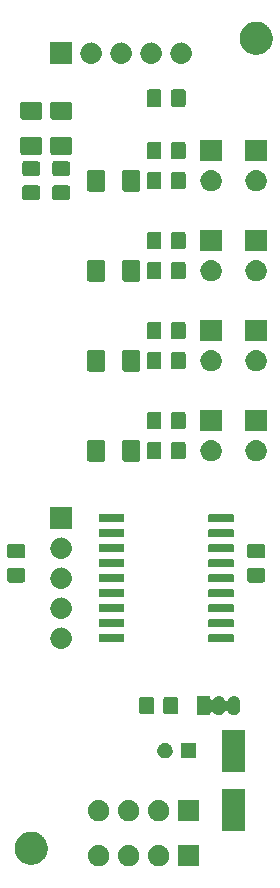
<source format=gts>
G04 #@! TF.GenerationSoftware,KiCad,Pcbnew,(5.1.0-894-gde406e36d)*
G04 #@! TF.CreationDate,2019-06-07T17:38:46-07:00*
G04 #@! TF.ProjectId,TetheredJoy,54657468-6572-4656-944a-6f792e6b6963,n/c*
G04 #@! TF.SameCoordinates,Original*
G04 #@! TF.FileFunction,Soldermask,Top*
G04 #@! TF.FilePolarity,Negative*
%FSLAX46Y46*%
G04 Gerber Fmt 4.6, Leading zero omitted, Abs format (unit mm)*
G04 Created by KiCad (PCBNEW (5.1.0-894-gde406e36d)) date 2019-06-07 17:38:46*
%MOMM*%
%LPD*%
G04 APERTURE LIST*
%ADD10C,0.100000*%
G04 APERTURE END LIST*
D10*
G36*
X216166000Y-108216000D02*
G01*
X214364000Y-108216000D01*
X214364000Y-106414000D01*
X216166000Y-106414000D01*
X216166000Y-108216000D01*
X216166000Y-108216000D01*
G37*
G36*
X212913360Y-106428835D02*
G01*
X212994397Y-106455166D01*
X213081663Y-106482848D01*
X213084655Y-106484493D01*
X213093488Y-106487363D01*
X213165466Y-106528919D01*
X213236499Y-106567970D01*
X213243986Y-106574253D01*
X213257511Y-106582061D01*
X213315259Y-106634057D01*
X213371857Y-106681549D01*
X213381962Y-106694118D01*
X213398261Y-106708793D01*
X213440454Y-106766867D01*
X213482579Y-106819260D01*
X213492994Y-106839182D01*
X213509586Y-106862019D01*
X213536297Y-106922012D01*
X213564439Y-106975843D01*
X213572582Y-107003510D01*
X213586621Y-107035042D01*
X213598992Y-107093241D01*
X213614328Y-107145349D01*
X213617518Y-107180401D01*
X213625999Y-107220301D01*
X213625999Y-107273592D01*
X213630343Y-107321324D01*
X213625999Y-107362653D01*
X213625999Y-107409699D01*
X213616217Y-107455721D01*
X213611873Y-107497047D01*
X213597702Y-107542827D01*
X213586621Y-107594958D01*
X213570028Y-107632226D01*
X213559622Y-107665843D01*
X213533789Y-107713620D01*
X213509586Y-107767981D01*
X213489298Y-107795905D01*
X213475580Y-107821276D01*
X213436859Y-107868082D01*
X213398261Y-107921207D01*
X213377284Y-107940095D01*
X213362952Y-107957419D01*
X213310845Y-107999917D01*
X213257511Y-108047939D01*
X213238524Y-108058901D01*
X213226025Y-108069095D01*
X213160780Y-108103786D01*
X213093488Y-108142637D01*
X213078636Y-108147463D01*
X213070003Y-108152053D01*
X212992430Y-108175473D01*
X212913360Y-108201165D01*
X212904114Y-108202137D01*
X212900851Y-108203122D01*
X212809710Y-108212059D01*
X212772211Y-108216000D01*
X212677789Y-108216000D01*
X212536640Y-108201165D01*
X212455603Y-108174834D01*
X212368337Y-108147152D01*
X212365345Y-108145507D01*
X212356512Y-108142637D01*
X212284534Y-108101081D01*
X212213501Y-108062030D01*
X212206014Y-108055747D01*
X212192489Y-108047939D01*
X212134741Y-107995943D01*
X212078143Y-107948451D01*
X212068038Y-107935882D01*
X212051739Y-107921207D01*
X212009546Y-107863133D01*
X211967421Y-107810740D01*
X211957006Y-107790818D01*
X211940414Y-107767981D01*
X211913703Y-107707988D01*
X211885561Y-107654157D01*
X211877418Y-107626490D01*
X211863379Y-107594958D01*
X211851008Y-107536759D01*
X211835672Y-107484651D01*
X211832482Y-107449599D01*
X211824001Y-107409699D01*
X211824001Y-107356408D01*
X211819657Y-107308676D01*
X211824001Y-107267347D01*
X211824001Y-107220301D01*
X211833783Y-107174279D01*
X211838127Y-107132953D01*
X211852298Y-107087173D01*
X211863379Y-107035042D01*
X211879972Y-106997774D01*
X211890378Y-106964157D01*
X211916211Y-106916380D01*
X211940414Y-106862019D01*
X211960702Y-106834095D01*
X211974420Y-106808724D01*
X212013141Y-106761918D01*
X212051739Y-106708793D01*
X212072716Y-106689905D01*
X212087048Y-106672581D01*
X212139155Y-106630083D01*
X212192489Y-106582061D01*
X212211476Y-106571099D01*
X212223975Y-106560905D01*
X212289220Y-106526214D01*
X212356512Y-106487363D01*
X212371364Y-106482537D01*
X212379997Y-106477947D01*
X212457570Y-106454527D01*
X212536640Y-106428835D01*
X212545886Y-106427863D01*
X212549149Y-106426878D01*
X212640290Y-106417941D01*
X212677789Y-106414000D01*
X212772211Y-106414000D01*
X212913360Y-106428835D01*
X212913360Y-106428835D01*
G37*
G36*
X210373360Y-106428835D02*
G01*
X210454397Y-106455166D01*
X210541663Y-106482848D01*
X210544655Y-106484493D01*
X210553488Y-106487363D01*
X210625466Y-106528919D01*
X210696499Y-106567970D01*
X210703986Y-106574253D01*
X210717511Y-106582061D01*
X210775259Y-106634057D01*
X210831857Y-106681549D01*
X210841962Y-106694118D01*
X210858261Y-106708793D01*
X210900454Y-106766867D01*
X210942579Y-106819260D01*
X210952994Y-106839182D01*
X210969586Y-106862019D01*
X210996297Y-106922012D01*
X211024439Y-106975843D01*
X211032582Y-107003510D01*
X211046621Y-107035042D01*
X211058992Y-107093241D01*
X211074328Y-107145349D01*
X211077518Y-107180401D01*
X211085999Y-107220301D01*
X211085999Y-107273592D01*
X211090343Y-107321324D01*
X211085999Y-107362653D01*
X211085999Y-107409699D01*
X211076217Y-107455721D01*
X211071873Y-107497047D01*
X211057702Y-107542827D01*
X211046621Y-107594958D01*
X211030028Y-107632226D01*
X211019622Y-107665843D01*
X210993789Y-107713620D01*
X210969586Y-107767981D01*
X210949298Y-107795905D01*
X210935580Y-107821276D01*
X210896859Y-107868082D01*
X210858261Y-107921207D01*
X210837284Y-107940095D01*
X210822952Y-107957419D01*
X210770845Y-107999917D01*
X210717511Y-108047939D01*
X210698524Y-108058901D01*
X210686025Y-108069095D01*
X210620780Y-108103786D01*
X210553488Y-108142637D01*
X210538636Y-108147463D01*
X210530003Y-108152053D01*
X210452430Y-108175473D01*
X210373360Y-108201165D01*
X210364114Y-108202137D01*
X210360851Y-108203122D01*
X210269710Y-108212059D01*
X210232211Y-108216000D01*
X210137789Y-108216000D01*
X209996640Y-108201165D01*
X209915603Y-108174834D01*
X209828337Y-108147152D01*
X209825345Y-108145507D01*
X209816512Y-108142637D01*
X209744534Y-108101081D01*
X209673501Y-108062030D01*
X209666014Y-108055747D01*
X209652489Y-108047939D01*
X209594741Y-107995943D01*
X209538143Y-107948451D01*
X209528038Y-107935882D01*
X209511739Y-107921207D01*
X209469546Y-107863133D01*
X209427421Y-107810740D01*
X209417006Y-107790818D01*
X209400414Y-107767981D01*
X209373703Y-107707988D01*
X209345561Y-107654157D01*
X209337418Y-107626490D01*
X209323379Y-107594958D01*
X209311008Y-107536759D01*
X209295672Y-107484651D01*
X209292482Y-107449599D01*
X209284001Y-107409699D01*
X209284001Y-107356408D01*
X209279657Y-107308676D01*
X209284001Y-107267347D01*
X209284001Y-107220301D01*
X209293783Y-107174279D01*
X209298127Y-107132953D01*
X209312298Y-107087173D01*
X209323379Y-107035042D01*
X209339972Y-106997774D01*
X209350378Y-106964157D01*
X209376211Y-106916380D01*
X209400414Y-106862019D01*
X209420702Y-106834095D01*
X209434420Y-106808724D01*
X209473141Y-106761918D01*
X209511739Y-106708793D01*
X209532716Y-106689905D01*
X209547048Y-106672581D01*
X209599155Y-106630083D01*
X209652489Y-106582061D01*
X209671476Y-106571099D01*
X209683975Y-106560905D01*
X209749220Y-106526214D01*
X209816512Y-106487363D01*
X209831364Y-106482537D01*
X209839997Y-106477947D01*
X209917570Y-106454527D01*
X209996640Y-106428835D01*
X210005886Y-106427863D01*
X210009149Y-106426878D01*
X210100290Y-106417941D01*
X210137789Y-106414000D01*
X210232211Y-106414000D01*
X210373360Y-106428835D01*
X210373360Y-106428835D01*
G37*
G36*
X207833360Y-106428835D02*
G01*
X207914397Y-106455166D01*
X208001663Y-106482848D01*
X208004655Y-106484493D01*
X208013488Y-106487363D01*
X208085466Y-106528919D01*
X208156499Y-106567970D01*
X208163986Y-106574253D01*
X208177511Y-106582061D01*
X208235259Y-106634057D01*
X208291857Y-106681549D01*
X208301962Y-106694118D01*
X208318261Y-106708793D01*
X208360454Y-106766867D01*
X208402579Y-106819260D01*
X208412994Y-106839182D01*
X208429586Y-106862019D01*
X208456297Y-106922012D01*
X208484439Y-106975843D01*
X208492582Y-107003510D01*
X208506621Y-107035042D01*
X208518992Y-107093241D01*
X208534328Y-107145349D01*
X208537518Y-107180401D01*
X208545999Y-107220301D01*
X208545999Y-107273592D01*
X208550343Y-107321324D01*
X208545999Y-107362653D01*
X208545999Y-107409699D01*
X208536217Y-107455721D01*
X208531873Y-107497047D01*
X208517702Y-107542827D01*
X208506621Y-107594958D01*
X208490028Y-107632226D01*
X208479622Y-107665843D01*
X208453789Y-107713620D01*
X208429586Y-107767981D01*
X208409298Y-107795905D01*
X208395580Y-107821276D01*
X208356859Y-107868082D01*
X208318261Y-107921207D01*
X208297284Y-107940095D01*
X208282952Y-107957419D01*
X208230845Y-107999917D01*
X208177511Y-108047939D01*
X208158524Y-108058901D01*
X208146025Y-108069095D01*
X208080780Y-108103786D01*
X208013488Y-108142637D01*
X207998636Y-108147463D01*
X207990003Y-108152053D01*
X207912430Y-108175473D01*
X207833360Y-108201165D01*
X207824114Y-108202137D01*
X207820851Y-108203122D01*
X207729710Y-108212059D01*
X207692211Y-108216000D01*
X207597789Y-108216000D01*
X207456640Y-108201165D01*
X207375603Y-108174834D01*
X207288337Y-108147152D01*
X207285345Y-108145507D01*
X207276512Y-108142637D01*
X207204534Y-108101081D01*
X207133501Y-108062030D01*
X207126014Y-108055747D01*
X207112489Y-108047939D01*
X207054741Y-107995943D01*
X206998143Y-107948451D01*
X206988038Y-107935882D01*
X206971739Y-107921207D01*
X206929546Y-107863133D01*
X206887421Y-107810740D01*
X206877006Y-107790818D01*
X206860414Y-107767981D01*
X206833703Y-107707988D01*
X206805561Y-107654157D01*
X206797418Y-107626490D01*
X206783379Y-107594958D01*
X206771008Y-107536759D01*
X206755672Y-107484651D01*
X206752482Y-107449599D01*
X206744001Y-107409699D01*
X206744001Y-107356408D01*
X206739657Y-107308676D01*
X206744001Y-107267347D01*
X206744001Y-107220301D01*
X206753783Y-107174279D01*
X206758127Y-107132953D01*
X206772298Y-107087173D01*
X206783379Y-107035042D01*
X206799972Y-106997774D01*
X206810378Y-106964157D01*
X206836211Y-106916380D01*
X206860414Y-106862019D01*
X206880702Y-106834095D01*
X206894420Y-106808724D01*
X206933141Y-106761918D01*
X206971739Y-106708793D01*
X206992716Y-106689905D01*
X207007048Y-106672581D01*
X207059155Y-106630083D01*
X207112489Y-106582061D01*
X207131476Y-106571099D01*
X207143975Y-106560905D01*
X207209220Y-106526214D01*
X207276512Y-106487363D01*
X207291364Y-106482537D01*
X207299997Y-106477947D01*
X207377570Y-106454527D01*
X207456640Y-106428835D01*
X207465886Y-106427863D01*
X207469149Y-106426878D01*
X207560290Y-106417941D01*
X207597789Y-106414000D01*
X207692211Y-106414000D01*
X207833360Y-106428835D01*
X207833360Y-106428835D01*
G37*
G36*
X201939157Y-105277794D02*
G01*
X201993764Y-105275887D01*
X202051626Y-105283197D01*
X202115961Y-105286287D01*
X202169288Y-105298060D01*
X202217430Y-105304142D01*
X202279258Y-105322339D01*
X202348128Y-105337544D01*
X202393047Y-105355829D01*
X202433709Y-105367797D01*
X202497351Y-105398289D01*
X202568340Y-105427187D01*
X202604327Y-105449543D01*
X202637022Y-105465208D01*
X202699994Y-105508975D01*
X202770300Y-105552651D01*
X202797423Y-105576689D01*
X202822151Y-105593876D01*
X202881712Y-105651394D01*
X202948233Y-105710350D01*
X202967079Y-105733832D01*
X202984327Y-105750488D01*
X203037597Y-105821696D01*
X203097051Y-105895774D01*
X203108689Y-105916726D01*
X203119376Y-105931012D01*
X203163429Y-106015277D01*
X203212500Y-106103622D01*
X203218405Y-106120436D01*
X203223823Y-106130800D01*
X203255765Y-106226820D01*
X203291279Y-106327949D01*
X203293238Y-106339468D01*
X203294988Y-106344730D01*
X203312172Y-106450827D01*
X203331134Y-106562344D01*
X203328362Y-106826974D01*
X203307096Y-106937929D01*
X203287668Y-107043785D01*
X203285804Y-107049020D01*
X203283607Y-107060482D01*
X203246015Y-107160760D01*
X203212040Y-107256172D01*
X203206403Y-107266425D01*
X203200148Y-107283111D01*
X203149233Y-107370417D01*
X203103428Y-107453735D01*
X203092446Y-107467791D01*
X203080372Y-107488495D01*
X203019378Y-107561315D01*
X202964630Y-107631388D01*
X202947038Y-107647678D01*
X202927703Y-107670762D01*
X202859965Y-107728310D01*
X202799208Y-107784571D01*
X202774120Y-107801239D01*
X202746506Y-107824699D01*
X202675311Y-107866888D01*
X202611430Y-107909330D01*
X202578414Y-107924307D01*
X202541963Y-107945907D01*
X202470385Y-107973312D01*
X202406117Y-108002465D01*
X202365208Y-108013580D01*
X202319922Y-108030918D01*
X202250749Y-108044677D01*
X202188555Y-108061575D01*
X202140300Y-108066647D01*
X202086733Y-108077302D01*
X202022349Y-108079044D01*
X201964342Y-108085141D01*
X201909778Y-108082090D01*
X201849061Y-108083733D01*
X201791351Y-108075468D01*
X201739244Y-108072555D01*
X201679905Y-108059509D01*
X201613704Y-108050028D01*
X201564032Y-108034032D01*
X201519053Y-108024143D01*
X201456870Y-107999523D01*
X201387391Y-107977149D01*
X201346562Y-107955849D01*
X201309438Y-107941151D01*
X201246723Y-107903765D01*
X201176593Y-107867180D01*
X201144820Y-107843019D01*
X201115787Y-107825712D01*
X201055161Y-107774841D01*
X200987337Y-107723266D01*
X200964275Y-107698578D01*
X200943083Y-107680796D01*
X200887378Y-107616261D01*
X200825034Y-107549522D01*
X200809830Y-107526419D01*
X200795769Y-107510130D01*
X200747889Y-107432303D01*
X200694326Y-107350916D01*
X200685698Y-107331214D01*
X200677635Y-107318108D01*
X200640454Y-107227901D01*
X200598950Y-107133127D01*
X200595247Y-107118221D01*
X200591724Y-107109673D01*
X200568028Y-107008643D01*
X200541632Y-106902381D01*
X200540949Y-106893191D01*
X200540243Y-106890181D01*
X200532554Y-106780219D01*
X200524012Y-106665276D01*
X200534980Y-106550318D01*
X200544951Y-106440758D01*
X200545718Y-106437769D01*
X200546594Y-106428592D01*
X200575231Y-106322825D01*
X200601018Y-106222391D01*
X200604716Y-106213928D01*
X200608731Y-106199097D01*
X200652214Y-106105206D01*
X200691273Y-106015804D01*
X200699611Y-106002866D01*
X200708648Y-105983353D01*
X200763893Y-105903120D01*
X200813403Y-105826297D01*
X200827804Y-105810303D01*
X200843486Y-105787528D01*
X200907201Y-105722123D01*
X200964258Y-105658754D01*
X200985822Y-105641416D01*
X201009392Y-105617221D01*
X201078275Y-105567083D01*
X201139957Y-105517489D01*
X201169345Y-105500794D01*
X201201620Y-105477302D01*
X201272503Y-105442192D01*
X201335986Y-105406129D01*
X201373412Y-105392210D01*
X201414675Y-105371772D01*
X201484594Y-105350862D01*
X201547294Y-105327544D01*
X201592486Y-105318596D01*
X201642465Y-105303649D01*
X201708830Y-105295559D01*
X201768445Y-105283755D01*
X201820605Y-105281934D01*
X201878477Y-105274879D01*
X201939157Y-105277794D01*
X201939157Y-105277794D01*
G37*
G36*
X220026000Y-105266000D02*
G01*
X218124000Y-105266000D01*
X218124000Y-101664000D01*
X220026000Y-101664000D01*
X220026000Y-105266000D01*
X220026000Y-105266000D01*
G37*
G36*
X207833360Y-102618835D02*
G01*
X207914397Y-102645166D01*
X208001663Y-102672848D01*
X208004655Y-102674493D01*
X208013488Y-102677363D01*
X208085466Y-102718919D01*
X208156499Y-102757970D01*
X208163986Y-102764253D01*
X208177511Y-102772061D01*
X208235259Y-102824057D01*
X208291857Y-102871549D01*
X208301962Y-102884118D01*
X208318261Y-102898793D01*
X208360454Y-102956867D01*
X208402579Y-103009260D01*
X208412994Y-103029182D01*
X208429586Y-103052019D01*
X208456297Y-103112012D01*
X208484439Y-103165843D01*
X208492582Y-103193510D01*
X208506621Y-103225042D01*
X208518992Y-103283241D01*
X208534328Y-103335349D01*
X208537518Y-103370401D01*
X208545999Y-103410301D01*
X208545999Y-103463592D01*
X208550343Y-103511324D01*
X208545999Y-103552653D01*
X208545999Y-103599699D01*
X208536217Y-103645721D01*
X208531873Y-103687047D01*
X208517702Y-103732827D01*
X208506621Y-103784958D01*
X208490028Y-103822226D01*
X208479622Y-103855843D01*
X208453789Y-103903620D01*
X208429586Y-103957981D01*
X208409298Y-103985905D01*
X208395580Y-104011276D01*
X208356859Y-104058082D01*
X208318261Y-104111207D01*
X208297284Y-104130095D01*
X208282952Y-104147419D01*
X208230845Y-104189917D01*
X208177511Y-104237939D01*
X208158524Y-104248901D01*
X208146025Y-104259095D01*
X208080780Y-104293786D01*
X208013488Y-104332637D01*
X207998636Y-104337463D01*
X207990003Y-104342053D01*
X207912430Y-104365473D01*
X207833360Y-104391165D01*
X207824114Y-104392137D01*
X207820851Y-104393122D01*
X207729710Y-104402059D01*
X207692211Y-104406000D01*
X207597789Y-104406000D01*
X207456640Y-104391165D01*
X207375603Y-104364834D01*
X207288337Y-104337152D01*
X207285345Y-104335507D01*
X207276512Y-104332637D01*
X207204534Y-104291081D01*
X207133501Y-104252030D01*
X207126014Y-104245747D01*
X207112489Y-104237939D01*
X207054741Y-104185943D01*
X206998143Y-104138451D01*
X206988038Y-104125882D01*
X206971739Y-104111207D01*
X206929546Y-104053133D01*
X206887421Y-104000740D01*
X206877006Y-103980818D01*
X206860414Y-103957981D01*
X206833703Y-103897988D01*
X206805561Y-103844157D01*
X206797418Y-103816490D01*
X206783379Y-103784958D01*
X206771008Y-103726759D01*
X206755672Y-103674651D01*
X206752482Y-103639599D01*
X206744001Y-103599699D01*
X206744001Y-103546408D01*
X206739657Y-103498676D01*
X206744001Y-103457347D01*
X206744001Y-103410301D01*
X206753783Y-103364279D01*
X206758127Y-103322953D01*
X206772298Y-103277173D01*
X206783379Y-103225042D01*
X206799972Y-103187774D01*
X206810378Y-103154157D01*
X206836211Y-103106380D01*
X206860414Y-103052019D01*
X206880702Y-103024095D01*
X206894420Y-102998724D01*
X206933141Y-102951918D01*
X206971739Y-102898793D01*
X206992716Y-102879905D01*
X207007048Y-102862581D01*
X207059155Y-102820083D01*
X207112489Y-102772061D01*
X207131476Y-102761099D01*
X207143975Y-102750905D01*
X207209220Y-102716214D01*
X207276512Y-102677363D01*
X207291364Y-102672537D01*
X207299997Y-102667947D01*
X207377570Y-102644527D01*
X207456640Y-102618835D01*
X207465886Y-102617863D01*
X207469149Y-102616878D01*
X207560290Y-102607941D01*
X207597789Y-102604000D01*
X207692211Y-102604000D01*
X207833360Y-102618835D01*
X207833360Y-102618835D01*
G37*
G36*
X210373360Y-102618835D02*
G01*
X210454397Y-102645166D01*
X210541663Y-102672848D01*
X210544655Y-102674493D01*
X210553488Y-102677363D01*
X210625466Y-102718919D01*
X210696499Y-102757970D01*
X210703986Y-102764253D01*
X210717511Y-102772061D01*
X210775259Y-102824057D01*
X210831857Y-102871549D01*
X210841962Y-102884118D01*
X210858261Y-102898793D01*
X210900454Y-102956867D01*
X210942579Y-103009260D01*
X210952994Y-103029182D01*
X210969586Y-103052019D01*
X210996297Y-103112012D01*
X211024439Y-103165843D01*
X211032582Y-103193510D01*
X211046621Y-103225042D01*
X211058992Y-103283241D01*
X211074328Y-103335349D01*
X211077518Y-103370401D01*
X211085999Y-103410301D01*
X211085999Y-103463592D01*
X211090343Y-103511324D01*
X211085999Y-103552653D01*
X211085999Y-103599699D01*
X211076217Y-103645721D01*
X211071873Y-103687047D01*
X211057702Y-103732827D01*
X211046621Y-103784958D01*
X211030028Y-103822226D01*
X211019622Y-103855843D01*
X210993789Y-103903620D01*
X210969586Y-103957981D01*
X210949298Y-103985905D01*
X210935580Y-104011276D01*
X210896859Y-104058082D01*
X210858261Y-104111207D01*
X210837284Y-104130095D01*
X210822952Y-104147419D01*
X210770845Y-104189917D01*
X210717511Y-104237939D01*
X210698524Y-104248901D01*
X210686025Y-104259095D01*
X210620780Y-104293786D01*
X210553488Y-104332637D01*
X210538636Y-104337463D01*
X210530003Y-104342053D01*
X210452430Y-104365473D01*
X210373360Y-104391165D01*
X210364114Y-104392137D01*
X210360851Y-104393122D01*
X210269710Y-104402059D01*
X210232211Y-104406000D01*
X210137789Y-104406000D01*
X209996640Y-104391165D01*
X209915603Y-104364834D01*
X209828337Y-104337152D01*
X209825345Y-104335507D01*
X209816512Y-104332637D01*
X209744534Y-104291081D01*
X209673501Y-104252030D01*
X209666014Y-104245747D01*
X209652489Y-104237939D01*
X209594741Y-104185943D01*
X209538143Y-104138451D01*
X209528038Y-104125882D01*
X209511739Y-104111207D01*
X209469546Y-104053133D01*
X209427421Y-104000740D01*
X209417006Y-103980818D01*
X209400414Y-103957981D01*
X209373703Y-103897988D01*
X209345561Y-103844157D01*
X209337418Y-103816490D01*
X209323379Y-103784958D01*
X209311008Y-103726759D01*
X209295672Y-103674651D01*
X209292482Y-103639599D01*
X209284001Y-103599699D01*
X209284001Y-103546408D01*
X209279657Y-103498676D01*
X209284001Y-103457347D01*
X209284001Y-103410301D01*
X209293783Y-103364279D01*
X209298127Y-103322953D01*
X209312298Y-103277173D01*
X209323379Y-103225042D01*
X209339972Y-103187774D01*
X209350378Y-103154157D01*
X209376211Y-103106380D01*
X209400414Y-103052019D01*
X209420702Y-103024095D01*
X209434420Y-102998724D01*
X209473141Y-102951918D01*
X209511739Y-102898793D01*
X209532716Y-102879905D01*
X209547048Y-102862581D01*
X209599155Y-102820083D01*
X209652489Y-102772061D01*
X209671476Y-102761099D01*
X209683975Y-102750905D01*
X209749220Y-102716214D01*
X209816512Y-102677363D01*
X209831364Y-102672537D01*
X209839997Y-102667947D01*
X209917570Y-102644527D01*
X209996640Y-102618835D01*
X210005886Y-102617863D01*
X210009149Y-102616878D01*
X210100290Y-102607941D01*
X210137789Y-102604000D01*
X210232211Y-102604000D01*
X210373360Y-102618835D01*
X210373360Y-102618835D01*
G37*
G36*
X212913360Y-102618835D02*
G01*
X212994397Y-102645166D01*
X213081663Y-102672848D01*
X213084655Y-102674493D01*
X213093488Y-102677363D01*
X213165466Y-102718919D01*
X213236499Y-102757970D01*
X213243986Y-102764253D01*
X213257511Y-102772061D01*
X213315259Y-102824057D01*
X213371857Y-102871549D01*
X213381962Y-102884118D01*
X213398261Y-102898793D01*
X213440454Y-102956867D01*
X213482579Y-103009260D01*
X213492994Y-103029182D01*
X213509586Y-103052019D01*
X213536297Y-103112012D01*
X213564439Y-103165843D01*
X213572582Y-103193510D01*
X213586621Y-103225042D01*
X213598992Y-103283241D01*
X213614328Y-103335349D01*
X213617518Y-103370401D01*
X213625999Y-103410301D01*
X213625999Y-103463592D01*
X213630343Y-103511324D01*
X213625999Y-103552653D01*
X213625999Y-103599699D01*
X213616217Y-103645721D01*
X213611873Y-103687047D01*
X213597702Y-103732827D01*
X213586621Y-103784958D01*
X213570028Y-103822226D01*
X213559622Y-103855843D01*
X213533789Y-103903620D01*
X213509586Y-103957981D01*
X213489298Y-103985905D01*
X213475580Y-104011276D01*
X213436859Y-104058082D01*
X213398261Y-104111207D01*
X213377284Y-104130095D01*
X213362952Y-104147419D01*
X213310845Y-104189917D01*
X213257511Y-104237939D01*
X213238524Y-104248901D01*
X213226025Y-104259095D01*
X213160780Y-104293786D01*
X213093488Y-104332637D01*
X213078636Y-104337463D01*
X213070003Y-104342053D01*
X212992430Y-104365473D01*
X212913360Y-104391165D01*
X212904114Y-104392137D01*
X212900851Y-104393122D01*
X212809710Y-104402059D01*
X212772211Y-104406000D01*
X212677789Y-104406000D01*
X212536640Y-104391165D01*
X212455603Y-104364834D01*
X212368337Y-104337152D01*
X212365345Y-104335507D01*
X212356512Y-104332637D01*
X212284534Y-104291081D01*
X212213501Y-104252030D01*
X212206014Y-104245747D01*
X212192489Y-104237939D01*
X212134741Y-104185943D01*
X212078143Y-104138451D01*
X212068038Y-104125882D01*
X212051739Y-104111207D01*
X212009546Y-104053133D01*
X211967421Y-104000740D01*
X211957006Y-103980818D01*
X211940414Y-103957981D01*
X211913703Y-103897988D01*
X211885561Y-103844157D01*
X211877418Y-103816490D01*
X211863379Y-103784958D01*
X211851008Y-103726759D01*
X211835672Y-103674651D01*
X211832482Y-103639599D01*
X211824001Y-103599699D01*
X211824001Y-103546408D01*
X211819657Y-103498676D01*
X211824001Y-103457347D01*
X211824001Y-103410301D01*
X211833783Y-103364279D01*
X211838127Y-103322953D01*
X211852298Y-103277173D01*
X211863379Y-103225042D01*
X211879972Y-103187774D01*
X211890378Y-103154157D01*
X211916211Y-103106380D01*
X211940414Y-103052019D01*
X211960702Y-103024095D01*
X211974420Y-102998724D01*
X212013141Y-102951918D01*
X212051739Y-102898793D01*
X212072716Y-102879905D01*
X212087048Y-102862581D01*
X212139155Y-102820083D01*
X212192489Y-102772061D01*
X212211476Y-102761099D01*
X212223975Y-102750905D01*
X212289220Y-102716214D01*
X212356512Y-102677363D01*
X212371364Y-102672537D01*
X212379997Y-102667947D01*
X212457570Y-102644527D01*
X212536640Y-102618835D01*
X212545886Y-102617863D01*
X212549149Y-102616878D01*
X212640290Y-102607941D01*
X212677789Y-102604000D01*
X212772211Y-102604000D01*
X212913360Y-102618835D01*
X212913360Y-102618835D01*
G37*
G36*
X216166000Y-104406000D02*
G01*
X214364000Y-104406000D01*
X214364000Y-102604000D01*
X216166000Y-102604000D01*
X216166000Y-104406000D01*
X216166000Y-104406000D01*
G37*
G36*
X220026000Y-100266000D02*
G01*
X218124000Y-100266000D01*
X218124000Y-96664000D01*
X220026000Y-96664000D01*
X220026000Y-100266000D01*
X220026000Y-100266000D01*
G37*
G36*
X213286945Y-97774094D02*
G01*
X213342571Y-97774482D01*
X213360701Y-97778734D01*
X213387955Y-97780449D01*
X213439718Y-97797268D01*
X213484763Y-97807833D01*
X213509764Y-97820027D01*
X213544385Y-97831276D01*
X213582764Y-97855632D01*
X213616034Y-97871859D01*
X213644882Y-97895053D01*
X213683261Y-97919409D01*
X213708181Y-97945946D01*
X213729857Y-97963374D01*
X213758591Y-97999627D01*
X213795856Y-98039311D01*
X213809016Y-98063249D01*
X213820579Y-98077838D01*
X213844610Y-98127994D01*
X213875095Y-98183446D01*
X213879617Y-98201059D01*
X213883685Y-98209549D01*
X213898192Y-98273404D01*
X213916000Y-98342760D01*
X213916000Y-98507240D01*
X213913533Y-98516850D01*
X213913530Y-98517034D01*
X213877429Y-98657640D01*
X213877339Y-98657816D01*
X213875095Y-98666554D01*
X213840611Y-98729280D01*
X213810670Y-98787539D01*
X213804617Y-98794752D01*
X213795856Y-98810689D01*
X213752535Y-98856822D01*
X213716787Y-98899424D01*
X213701960Y-98910678D01*
X213683261Y-98930591D01*
X213637297Y-98959761D01*
X213600454Y-98987726D01*
X213575125Y-98999216D01*
X213544385Y-99018724D01*
X213501157Y-99032770D01*
X213467443Y-99048063D01*
X213431179Y-99055507D01*
X213387955Y-99069551D01*
X213351621Y-99071837D01*
X213324378Y-99077429D01*
X213278132Y-99076461D01*
X213223798Y-99079879D01*
X213196967Y-99074761D01*
X213178354Y-99074371D01*
X213124393Y-99060917D01*
X213062231Y-99049059D01*
X213045773Y-99041314D01*
X213036639Y-99039037D01*
X212978184Y-99009509D01*
X212913404Y-98979026D01*
X212906452Y-98973275D01*
X212906276Y-98973186D01*
X212793743Y-98880091D01*
X212793621Y-98879932D01*
X212786670Y-98874182D01*
X212744599Y-98816276D01*
X212704627Y-98764372D01*
X212700677Y-98755823D01*
X212689990Y-98741114D01*
X212666699Y-98682288D01*
X212643368Y-98631794D01*
X212639497Y-98613583D01*
X212629441Y-98588184D01*
X212622617Y-98534168D01*
X212613001Y-98488927D01*
X212613389Y-98461122D01*
X212608826Y-98425000D01*
X212614523Y-98379902D01*
X212615040Y-98342890D01*
X212623744Y-98306912D01*
X212629441Y-98261816D01*
X212642843Y-98227966D01*
X212649383Y-98200933D01*
X212669951Y-98159499D01*
X212689990Y-98108886D01*
X212706044Y-98086789D01*
X212714323Y-98070112D01*
X212749479Y-98027007D01*
X212786670Y-97975818D01*
X212800682Y-97964226D01*
X212806631Y-97956932D01*
X212858222Y-97916624D01*
X212913404Y-97870974D01*
X212921572Y-97867131D01*
X212921726Y-97867010D01*
X213053874Y-97804826D01*
X213054064Y-97804784D01*
X213062231Y-97800941D01*
X213132577Y-97787522D01*
X213196521Y-97773463D01*
X213205934Y-97773529D01*
X213223798Y-97770121D01*
X213286945Y-97774094D01*
X213286945Y-97774094D01*
G37*
G36*
X215916000Y-99076000D02*
G01*
X214614000Y-99076000D01*
X214614000Y-97774000D01*
X215916000Y-97774000D01*
X215916000Y-99076000D01*
X215916000Y-99076000D01*
G37*
G36*
X219113984Y-93814162D02*
G01*
X219147721Y-93814339D01*
X219183401Y-93823301D01*
X219225365Y-93828826D01*
X219256133Y-93841570D01*
X219282936Y-93848303D01*
X219320847Y-93868376D01*
X219365484Y-93886865D01*
X219387115Y-93903463D01*
X219406149Y-93913541D01*
X219442766Y-93946165D01*
X219485808Y-93979192D01*
X219498716Y-93996013D01*
X219510242Y-94006283D01*
X219541549Y-94051836D01*
X219578135Y-94099515D01*
X219583924Y-94113492D01*
X219589209Y-94121181D01*
X219611040Y-94178956D01*
X219636174Y-94239634D01*
X219637353Y-94248590D01*
X219638487Y-94251591D01*
X219646888Y-94321014D01*
X219651000Y-94352249D01*
X219651000Y-94877750D01*
X219636174Y-94990366D01*
X219610090Y-95053338D01*
X219586365Y-95114189D01*
X219582761Y-95119317D01*
X219578135Y-95130485D01*
X219539802Y-95180441D01*
X219506199Y-95228254D01*
X219496869Y-95236393D01*
X219485808Y-95250808D01*
X219440427Y-95285630D01*
X219401140Y-95319902D01*
X219384713Y-95328381D01*
X219365485Y-95343135D01*
X219318105Y-95362761D01*
X219277253Y-95383846D01*
X219253340Y-95389587D01*
X219225366Y-95401174D01*
X219180438Y-95407089D01*
X219141691Y-95416391D01*
X219111002Y-95416230D01*
X219075000Y-95420970D01*
X219036016Y-95415838D01*
X219002279Y-95415661D01*
X218966599Y-95406699D01*
X218924635Y-95401174D01*
X218893867Y-95388430D01*
X218867064Y-95381697D01*
X218829153Y-95361624D01*
X218784516Y-95343135D01*
X218762885Y-95326537D01*
X218743851Y-95316459D01*
X218707230Y-95283832D01*
X218664193Y-95250808D01*
X218651288Y-95233989D01*
X218639758Y-95223717D01*
X218608443Y-95178153D01*
X218571866Y-95130485D01*
X218566077Y-95116510D01*
X218560792Y-95108820D01*
X218556624Y-95097790D01*
X218514174Y-95041587D01*
X218448077Y-95017257D01*
X218379319Y-95032524D01*
X218323234Y-95096569D01*
X218316363Y-95114192D01*
X218312761Y-95119318D01*
X218308135Y-95130485D01*
X218269803Y-95180440D01*
X218236199Y-95228254D01*
X218226869Y-95236393D01*
X218215808Y-95250808D01*
X218170427Y-95285630D01*
X218131140Y-95319902D01*
X218114713Y-95328381D01*
X218095485Y-95343135D01*
X218048105Y-95362761D01*
X218007253Y-95383846D01*
X217983340Y-95389587D01*
X217955366Y-95401174D01*
X217910438Y-95407089D01*
X217871691Y-95416391D01*
X217841002Y-95416230D01*
X217805000Y-95420970D01*
X217766016Y-95415838D01*
X217732279Y-95415661D01*
X217696599Y-95406699D01*
X217654635Y-95401174D01*
X217623867Y-95388430D01*
X217597064Y-95381697D01*
X217559153Y-95361624D01*
X217514516Y-95343135D01*
X217492885Y-95326537D01*
X217473851Y-95316459D01*
X217437230Y-95283832D01*
X217394193Y-95250808D01*
X217381288Y-95233989D01*
X217369758Y-95223717D01*
X217339014Y-95178984D01*
X217284383Y-95134529D01*
X217214391Y-95126667D01*
X217151259Y-95157894D01*
X217111000Y-95249784D01*
X217111000Y-95416000D01*
X215959000Y-95416000D01*
X215959000Y-93814000D01*
X217111000Y-93814000D01*
X217111000Y-93980432D01*
X217130843Y-94048012D01*
X217184073Y-94094135D01*
X217253788Y-94104159D01*
X217337931Y-94052513D01*
X217340202Y-94049554D01*
X217373801Y-94001747D01*
X217383129Y-93993610D01*
X217394192Y-93979192D01*
X217439576Y-93944367D01*
X217478860Y-93910098D01*
X217495287Y-93901619D01*
X217514515Y-93886865D01*
X217561895Y-93867239D01*
X217602747Y-93846154D01*
X217626660Y-93840413D01*
X217654634Y-93828826D01*
X217699562Y-93822911D01*
X217738309Y-93813609D01*
X217768998Y-93813770D01*
X217805000Y-93809030D01*
X217843984Y-93814162D01*
X217877721Y-93814339D01*
X217913401Y-93823301D01*
X217955365Y-93828826D01*
X217986133Y-93841570D01*
X218012936Y-93848303D01*
X218050847Y-93868376D01*
X218095484Y-93886865D01*
X218117115Y-93903463D01*
X218136149Y-93913541D01*
X218172766Y-93946165D01*
X218215808Y-93979192D01*
X218228716Y-93996013D01*
X218240242Y-94006283D01*
X218271548Y-94051834D01*
X218308135Y-94099515D01*
X218313925Y-94113493D01*
X218319206Y-94121177D01*
X218323375Y-94132210D01*
X218365825Y-94188413D01*
X218431921Y-94212744D01*
X218500680Y-94197478D01*
X218556766Y-94133432D01*
X218563637Y-94115809D01*
X218567239Y-94110683D01*
X218571865Y-94099516D01*
X218610201Y-94049556D01*
X218643801Y-94001747D01*
X218653129Y-93993610D01*
X218664192Y-93979192D01*
X218709576Y-93944367D01*
X218748860Y-93910098D01*
X218765287Y-93901619D01*
X218784515Y-93886865D01*
X218831895Y-93867239D01*
X218872747Y-93846154D01*
X218896660Y-93840413D01*
X218924634Y-93828826D01*
X218969562Y-93822911D01*
X219008309Y-93813609D01*
X219038998Y-93813770D01*
X219075000Y-93809030D01*
X219113984Y-93814162D01*
X219113984Y-93814162D01*
G37*
G36*
X214242743Y-93877965D02*
G01*
X214302775Y-93912625D01*
X214343686Y-93961381D01*
X214376000Y-94081978D01*
X214376000Y-95153542D01*
X214362035Y-95232743D01*
X214327375Y-95292775D01*
X214278619Y-95333686D01*
X214158022Y-95366000D01*
X213336458Y-95366000D01*
X213257257Y-95352035D01*
X213197225Y-95317375D01*
X213156314Y-95268619D01*
X213124000Y-95148022D01*
X213124000Y-94076458D01*
X213137965Y-93997257D01*
X213172625Y-93937225D01*
X213221381Y-93896314D01*
X213341978Y-93864000D01*
X214163542Y-93864000D01*
X214242743Y-93877965D01*
X214242743Y-93877965D01*
G37*
G36*
X212192743Y-93877965D02*
G01*
X212252775Y-93912625D01*
X212293686Y-93961381D01*
X212326000Y-94081978D01*
X212326000Y-95153542D01*
X212312035Y-95232743D01*
X212277375Y-95292775D01*
X212228619Y-95333686D01*
X212108022Y-95366000D01*
X211286458Y-95366000D01*
X211207257Y-95352035D01*
X211147225Y-95317375D01*
X211106314Y-95268619D01*
X211074000Y-95148022D01*
X211074000Y-94076458D01*
X211087965Y-93997257D01*
X211122625Y-93937225D01*
X211171381Y-93896314D01*
X211291978Y-93864000D01*
X212113542Y-93864000D01*
X212192743Y-93877965D01*
X212192743Y-93877965D01*
G37*
G36*
X204658360Y-88013835D02*
G01*
X204739397Y-88040166D01*
X204826663Y-88067848D01*
X204829655Y-88069493D01*
X204838488Y-88072363D01*
X204910466Y-88113919D01*
X204981499Y-88152970D01*
X204988986Y-88159253D01*
X205002511Y-88167061D01*
X205060259Y-88219057D01*
X205116857Y-88266549D01*
X205126962Y-88279118D01*
X205143261Y-88293793D01*
X205185454Y-88351867D01*
X205227579Y-88404260D01*
X205237994Y-88424182D01*
X205254586Y-88447019D01*
X205281297Y-88507012D01*
X205309439Y-88560843D01*
X205317582Y-88588510D01*
X205331621Y-88620042D01*
X205343992Y-88678241D01*
X205359328Y-88730349D01*
X205362518Y-88765401D01*
X205370999Y-88805301D01*
X205370999Y-88858592D01*
X205375343Y-88906324D01*
X205370999Y-88947653D01*
X205370999Y-88994699D01*
X205361217Y-89040721D01*
X205356873Y-89082047D01*
X205342702Y-89127827D01*
X205331621Y-89179958D01*
X205315028Y-89217226D01*
X205304622Y-89250843D01*
X205278789Y-89298620D01*
X205254586Y-89352981D01*
X205234298Y-89380905D01*
X205220580Y-89406276D01*
X205181859Y-89453082D01*
X205143261Y-89506207D01*
X205122284Y-89525095D01*
X205107952Y-89542419D01*
X205055845Y-89584917D01*
X205002511Y-89632939D01*
X204983524Y-89643901D01*
X204971025Y-89654095D01*
X204905780Y-89688786D01*
X204838488Y-89727637D01*
X204823636Y-89732463D01*
X204815003Y-89737053D01*
X204737430Y-89760473D01*
X204658360Y-89786165D01*
X204649114Y-89787137D01*
X204645851Y-89788122D01*
X204554710Y-89797059D01*
X204517211Y-89801000D01*
X204422789Y-89801000D01*
X204281640Y-89786165D01*
X204200603Y-89759834D01*
X204113337Y-89732152D01*
X204110345Y-89730507D01*
X204101512Y-89727637D01*
X204029534Y-89686081D01*
X203958501Y-89647030D01*
X203951014Y-89640747D01*
X203937489Y-89632939D01*
X203879741Y-89580943D01*
X203823143Y-89533451D01*
X203813038Y-89520882D01*
X203796739Y-89506207D01*
X203754546Y-89448133D01*
X203712421Y-89395740D01*
X203702006Y-89375818D01*
X203685414Y-89352981D01*
X203658703Y-89292988D01*
X203630561Y-89239157D01*
X203622418Y-89211490D01*
X203608379Y-89179958D01*
X203596008Y-89121759D01*
X203580672Y-89069651D01*
X203577482Y-89034599D01*
X203569001Y-88994699D01*
X203569001Y-88941408D01*
X203564657Y-88893676D01*
X203569001Y-88852347D01*
X203569001Y-88805301D01*
X203578783Y-88759279D01*
X203583127Y-88717953D01*
X203597298Y-88672173D01*
X203608379Y-88620042D01*
X203624972Y-88582774D01*
X203635378Y-88549157D01*
X203661211Y-88501380D01*
X203685414Y-88447019D01*
X203705702Y-88419095D01*
X203719420Y-88393724D01*
X203758141Y-88346918D01*
X203796739Y-88293793D01*
X203817716Y-88274905D01*
X203832048Y-88257581D01*
X203884155Y-88215083D01*
X203937489Y-88167061D01*
X203956476Y-88156099D01*
X203968975Y-88145905D01*
X204034220Y-88111214D01*
X204101512Y-88072363D01*
X204116364Y-88067537D01*
X204124997Y-88062947D01*
X204202570Y-88039527D01*
X204281640Y-88013835D01*
X204290886Y-88012863D01*
X204294149Y-88011878D01*
X204385290Y-88002941D01*
X204422789Y-87999000D01*
X204517211Y-87999000D01*
X204658360Y-88013835D01*
X204658360Y-88013835D01*
G37*
G36*
X209717826Y-88561321D02*
G01*
X209754899Y-88588256D01*
X209779514Y-88630891D01*
X209786000Y-88671839D01*
X209786000Y-89124859D01*
X209773679Y-89182826D01*
X209746744Y-89219899D01*
X209704109Y-89244514D01*
X209663161Y-89251000D01*
X207760141Y-89251000D01*
X207702174Y-89238679D01*
X207665101Y-89211744D01*
X207640486Y-89169109D01*
X207634000Y-89128161D01*
X207634000Y-88675141D01*
X207646321Y-88617174D01*
X207673256Y-88580101D01*
X207715891Y-88555486D01*
X207756839Y-88549000D01*
X209659859Y-88549000D01*
X209717826Y-88561321D01*
X209717826Y-88561321D01*
G37*
G36*
X219017826Y-88561321D02*
G01*
X219054899Y-88588256D01*
X219079514Y-88630891D01*
X219086000Y-88671839D01*
X219086000Y-89124859D01*
X219073679Y-89182826D01*
X219046744Y-89219899D01*
X219004109Y-89244514D01*
X218963161Y-89251000D01*
X217060141Y-89251000D01*
X217002174Y-89238679D01*
X216965101Y-89211744D01*
X216940486Y-89169109D01*
X216934000Y-89128161D01*
X216934000Y-88675141D01*
X216946321Y-88617174D01*
X216973256Y-88580101D01*
X217015891Y-88555486D01*
X217056839Y-88549000D01*
X218959859Y-88549000D01*
X219017826Y-88561321D01*
X219017826Y-88561321D01*
G37*
G36*
X219017826Y-87291321D02*
G01*
X219054899Y-87318256D01*
X219079514Y-87360891D01*
X219086000Y-87401839D01*
X219086000Y-87854859D01*
X219073679Y-87912826D01*
X219046744Y-87949899D01*
X219004109Y-87974514D01*
X218963161Y-87981000D01*
X217060141Y-87981000D01*
X217002174Y-87968679D01*
X216965101Y-87941744D01*
X216940486Y-87899109D01*
X216934000Y-87858161D01*
X216934000Y-87405141D01*
X216946321Y-87347174D01*
X216973256Y-87310101D01*
X217015891Y-87285486D01*
X217056839Y-87279000D01*
X218959859Y-87279000D01*
X219017826Y-87291321D01*
X219017826Y-87291321D01*
G37*
G36*
X209717826Y-87291321D02*
G01*
X209754899Y-87318256D01*
X209779514Y-87360891D01*
X209786000Y-87401839D01*
X209786000Y-87854859D01*
X209773679Y-87912826D01*
X209746744Y-87949899D01*
X209704109Y-87974514D01*
X209663161Y-87981000D01*
X207760141Y-87981000D01*
X207702174Y-87968679D01*
X207665101Y-87941744D01*
X207640486Y-87899109D01*
X207634000Y-87858161D01*
X207634000Y-87405141D01*
X207646321Y-87347174D01*
X207673256Y-87310101D01*
X207715891Y-87285486D01*
X207756839Y-87279000D01*
X209659859Y-87279000D01*
X209717826Y-87291321D01*
X209717826Y-87291321D01*
G37*
G36*
X204658360Y-85473835D02*
G01*
X204739397Y-85500166D01*
X204826663Y-85527848D01*
X204829655Y-85529493D01*
X204838488Y-85532363D01*
X204910466Y-85573919D01*
X204981499Y-85612970D01*
X204988986Y-85619253D01*
X205002511Y-85627061D01*
X205060259Y-85679057D01*
X205116857Y-85726549D01*
X205126962Y-85739118D01*
X205143261Y-85753793D01*
X205185454Y-85811867D01*
X205227579Y-85864260D01*
X205237994Y-85884182D01*
X205254586Y-85907019D01*
X205281297Y-85967012D01*
X205309439Y-86020843D01*
X205317582Y-86048510D01*
X205331621Y-86080042D01*
X205343992Y-86138241D01*
X205359328Y-86190349D01*
X205362518Y-86225401D01*
X205370999Y-86265301D01*
X205370999Y-86318592D01*
X205375343Y-86366324D01*
X205370999Y-86407653D01*
X205370999Y-86454699D01*
X205361217Y-86500721D01*
X205356873Y-86542047D01*
X205342702Y-86587827D01*
X205331621Y-86639958D01*
X205315028Y-86677226D01*
X205304622Y-86710843D01*
X205278789Y-86758620D01*
X205254586Y-86812981D01*
X205234298Y-86840905D01*
X205220580Y-86866276D01*
X205181859Y-86913082D01*
X205143261Y-86966207D01*
X205122284Y-86985095D01*
X205107952Y-87002419D01*
X205055845Y-87044917D01*
X205002511Y-87092939D01*
X204983524Y-87103901D01*
X204971025Y-87114095D01*
X204905780Y-87148786D01*
X204838488Y-87187637D01*
X204823636Y-87192463D01*
X204815003Y-87197053D01*
X204737430Y-87220473D01*
X204658360Y-87246165D01*
X204649114Y-87247137D01*
X204645851Y-87248122D01*
X204554710Y-87257059D01*
X204517211Y-87261000D01*
X204422789Y-87261000D01*
X204281640Y-87246165D01*
X204200603Y-87219834D01*
X204113337Y-87192152D01*
X204110345Y-87190507D01*
X204101512Y-87187637D01*
X204029534Y-87146081D01*
X203958501Y-87107030D01*
X203951014Y-87100747D01*
X203937489Y-87092939D01*
X203879741Y-87040943D01*
X203823143Y-86993451D01*
X203813038Y-86980882D01*
X203796739Y-86966207D01*
X203754546Y-86908133D01*
X203712421Y-86855740D01*
X203702006Y-86835818D01*
X203685414Y-86812981D01*
X203658703Y-86752988D01*
X203630561Y-86699157D01*
X203622418Y-86671490D01*
X203608379Y-86639958D01*
X203596008Y-86581759D01*
X203580672Y-86529651D01*
X203577482Y-86494599D01*
X203569001Y-86454699D01*
X203569001Y-86401408D01*
X203564657Y-86353676D01*
X203569001Y-86312347D01*
X203569001Y-86265301D01*
X203578783Y-86219279D01*
X203583127Y-86177953D01*
X203597298Y-86132173D01*
X203608379Y-86080042D01*
X203624972Y-86042774D01*
X203635378Y-86009157D01*
X203661211Y-85961380D01*
X203685414Y-85907019D01*
X203705702Y-85879095D01*
X203719420Y-85853724D01*
X203758141Y-85806918D01*
X203796739Y-85753793D01*
X203817716Y-85734905D01*
X203832048Y-85717581D01*
X203884155Y-85675083D01*
X203937489Y-85627061D01*
X203956476Y-85616099D01*
X203968975Y-85605905D01*
X204034220Y-85571214D01*
X204101512Y-85532363D01*
X204116364Y-85527537D01*
X204124997Y-85522947D01*
X204202570Y-85499527D01*
X204281640Y-85473835D01*
X204290886Y-85472863D01*
X204294149Y-85471878D01*
X204385290Y-85462941D01*
X204422789Y-85459000D01*
X204517211Y-85459000D01*
X204658360Y-85473835D01*
X204658360Y-85473835D01*
G37*
G36*
X209717826Y-86021321D02*
G01*
X209754899Y-86048256D01*
X209779514Y-86090891D01*
X209786000Y-86131839D01*
X209786000Y-86584859D01*
X209773679Y-86642826D01*
X209746744Y-86679899D01*
X209704109Y-86704514D01*
X209663161Y-86711000D01*
X207760141Y-86711000D01*
X207702174Y-86698679D01*
X207665101Y-86671744D01*
X207640486Y-86629109D01*
X207634000Y-86588161D01*
X207634000Y-86135141D01*
X207646321Y-86077174D01*
X207673256Y-86040101D01*
X207715891Y-86015486D01*
X207756839Y-86009000D01*
X209659859Y-86009000D01*
X209717826Y-86021321D01*
X209717826Y-86021321D01*
G37*
G36*
X219017826Y-86021321D02*
G01*
X219054899Y-86048256D01*
X219079514Y-86090891D01*
X219086000Y-86131839D01*
X219086000Y-86584859D01*
X219073679Y-86642826D01*
X219046744Y-86679899D01*
X219004109Y-86704514D01*
X218963161Y-86711000D01*
X217060141Y-86711000D01*
X217002174Y-86698679D01*
X216965101Y-86671744D01*
X216940486Y-86629109D01*
X216934000Y-86588161D01*
X216934000Y-86135141D01*
X216946321Y-86077174D01*
X216973256Y-86040101D01*
X217015891Y-86015486D01*
X217056839Y-86009000D01*
X218959859Y-86009000D01*
X219017826Y-86021321D01*
X219017826Y-86021321D01*
G37*
G36*
X209717826Y-84751321D02*
G01*
X209754899Y-84778256D01*
X209779514Y-84820891D01*
X209786000Y-84861839D01*
X209786000Y-85314859D01*
X209773679Y-85372826D01*
X209746744Y-85409899D01*
X209704109Y-85434514D01*
X209663161Y-85441000D01*
X207760141Y-85441000D01*
X207702174Y-85428679D01*
X207665101Y-85401744D01*
X207640486Y-85359109D01*
X207634000Y-85318161D01*
X207634000Y-84865141D01*
X207646321Y-84807174D01*
X207673256Y-84770101D01*
X207715891Y-84745486D01*
X207756839Y-84739000D01*
X209659859Y-84739000D01*
X209717826Y-84751321D01*
X209717826Y-84751321D01*
G37*
G36*
X219017826Y-84751321D02*
G01*
X219054899Y-84778256D01*
X219079514Y-84820891D01*
X219086000Y-84861839D01*
X219086000Y-85314859D01*
X219073679Y-85372826D01*
X219046744Y-85409899D01*
X219004109Y-85434514D01*
X218963161Y-85441000D01*
X217060141Y-85441000D01*
X217002174Y-85428679D01*
X216965101Y-85401744D01*
X216940486Y-85359109D01*
X216934000Y-85318161D01*
X216934000Y-84865141D01*
X216946321Y-84807174D01*
X216973256Y-84770101D01*
X217015891Y-84745486D01*
X217056839Y-84739000D01*
X218959859Y-84739000D01*
X219017826Y-84751321D01*
X219017826Y-84751321D01*
G37*
G36*
X204658360Y-82933835D02*
G01*
X204739397Y-82960166D01*
X204826663Y-82987848D01*
X204829655Y-82989493D01*
X204838488Y-82992363D01*
X204910466Y-83033919D01*
X204981499Y-83072970D01*
X204988986Y-83079253D01*
X205002511Y-83087061D01*
X205060259Y-83139057D01*
X205116857Y-83186549D01*
X205126962Y-83199118D01*
X205143261Y-83213793D01*
X205185454Y-83271867D01*
X205227579Y-83324260D01*
X205237994Y-83344182D01*
X205254586Y-83367019D01*
X205281297Y-83427012D01*
X205309439Y-83480843D01*
X205317582Y-83508510D01*
X205331621Y-83540042D01*
X205343992Y-83598241D01*
X205359328Y-83650349D01*
X205362518Y-83685401D01*
X205370999Y-83725301D01*
X205370999Y-83778592D01*
X205375343Y-83826324D01*
X205370999Y-83867653D01*
X205370999Y-83914699D01*
X205361217Y-83960721D01*
X205356873Y-84002047D01*
X205342702Y-84047827D01*
X205331621Y-84099958D01*
X205315028Y-84137226D01*
X205304622Y-84170843D01*
X205278789Y-84218620D01*
X205254586Y-84272981D01*
X205234298Y-84300905D01*
X205220580Y-84326276D01*
X205181859Y-84373082D01*
X205143261Y-84426207D01*
X205122284Y-84445095D01*
X205107952Y-84462419D01*
X205055845Y-84504917D01*
X205002511Y-84552939D01*
X204983524Y-84563901D01*
X204971025Y-84574095D01*
X204905780Y-84608786D01*
X204838488Y-84647637D01*
X204823636Y-84652463D01*
X204815003Y-84657053D01*
X204737430Y-84680473D01*
X204658360Y-84706165D01*
X204649114Y-84707137D01*
X204645851Y-84708122D01*
X204554710Y-84717059D01*
X204517211Y-84721000D01*
X204422789Y-84721000D01*
X204281640Y-84706165D01*
X204200603Y-84679834D01*
X204113337Y-84652152D01*
X204110345Y-84650507D01*
X204101512Y-84647637D01*
X204029534Y-84606081D01*
X203958501Y-84567030D01*
X203951014Y-84560747D01*
X203937489Y-84552939D01*
X203879741Y-84500943D01*
X203823143Y-84453451D01*
X203813038Y-84440882D01*
X203796739Y-84426207D01*
X203754546Y-84368133D01*
X203712421Y-84315740D01*
X203702006Y-84295818D01*
X203685414Y-84272981D01*
X203658703Y-84212988D01*
X203630561Y-84159157D01*
X203622418Y-84131490D01*
X203608379Y-84099958D01*
X203596008Y-84041759D01*
X203580672Y-83989651D01*
X203577482Y-83954599D01*
X203569001Y-83914699D01*
X203569001Y-83861408D01*
X203564657Y-83813676D01*
X203569001Y-83772347D01*
X203569001Y-83725301D01*
X203578783Y-83679279D01*
X203583127Y-83637953D01*
X203597298Y-83592173D01*
X203608379Y-83540042D01*
X203624972Y-83502774D01*
X203635378Y-83469157D01*
X203661211Y-83421380D01*
X203685414Y-83367019D01*
X203705702Y-83339095D01*
X203719420Y-83313724D01*
X203758141Y-83266918D01*
X203796739Y-83213793D01*
X203817716Y-83194905D01*
X203832048Y-83177581D01*
X203884155Y-83135083D01*
X203937489Y-83087061D01*
X203956476Y-83076099D01*
X203968975Y-83065905D01*
X204034220Y-83031214D01*
X204101512Y-82992363D01*
X204116364Y-82987537D01*
X204124997Y-82982947D01*
X204202570Y-82959527D01*
X204281640Y-82933835D01*
X204290886Y-82932863D01*
X204294149Y-82931878D01*
X204385290Y-82922941D01*
X204422789Y-82919000D01*
X204517211Y-82919000D01*
X204658360Y-82933835D01*
X204658360Y-82933835D01*
G37*
G36*
X201277743Y-82962965D02*
G01*
X201337775Y-82997625D01*
X201378686Y-83046381D01*
X201411000Y-83166978D01*
X201411000Y-83988542D01*
X201397035Y-84067743D01*
X201362375Y-84127775D01*
X201313619Y-84168686D01*
X201193022Y-84201000D01*
X200121458Y-84201000D01*
X200042257Y-84187035D01*
X199982225Y-84152375D01*
X199941314Y-84103619D01*
X199909000Y-83983022D01*
X199909000Y-83161458D01*
X199922965Y-83082257D01*
X199957625Y-83022225D01*
X200006381Y-82981314D01*
X200126978Y-82949000D01*
X201198542Y-82949000D01*
X201277743Y-82962965D01*
X201277743Y-82962965D01*
G37*
G36*
X221597743Y-82962965D02*
G01*
X221657775Y-82997625D01*
X221698686Y-83046381D01*
X221731000Y-83166978D01*
X221731000Y-83988542D01*
X221717035Y-84067743D01*
X221682375Y-84127775D01*
X221633619Y-84168686D01*
X221513022Y-84201000D01*
X220441458Y-84201000D01*
X220362257Y-84187035D01*
X220302225Y-84152375D01*
X220261314Y-84103619D01*
X220229000Y-83983022D01*
X220229000Y-83161458D01*
X220242965Y-83082257D01*
X220277625Y-83022225D01*
X220326381Y-82981314D01*
X220446978Y-82949000D01*
X221518542Y-82949000D01*
X221597743Y-82962965D01*
X221597743Y-82962965D01*
G37*
G36*
X209717826Y-83481321D02*
G01*
X209754899Y-83508256D01*
X209779514Y-83550891D01*
X209786000Y-83591839D01*
X209786000Y-84044859D01*
X209773679Y-84102826D01*
X209746744Y-84139899D01*
X209704109Y-84164514D01*
X209663161Y-84171000D01*
X207760141Y-84171000D01*
X207702174Y-84158679D01*
X207665101Y-84131744D01*
X207640486Y-84089109D01*
X207634000Y-84048161D01*
X207634000Y-83595141D01*
X207646321Y-83537174D01*
X207673256Y-83500101D01*
X207715891Y-83475486D01*
X207756839Y-83469000D01*
X209659859Y-83469000D01*
X209717826Y-83481321D01*
X209717826Y-83481321D01*
G37*
G36*
X219017826Y-83481321D02*
G01*
X219054899Y-83508256D01*
X219079514Y-83550891D01*
X219086000Y-83591839D01*
X219086000Y-84044859D01*
X219073679Y-84102826D01*
X219046744Y-84139899D01*
X219004109Y-84164514D01*
X218963161Y-84171000D01*
X217060141Y-84171000D01*
X217002174Y-84158679D01*
X216965101Y-84131744D01*
X216940486Y-84089109D01*
X216934000Y-84048161D01*
X216934000Y-83595141D01*
X216946321Y-83537174D01*
X216973256Y-83500101D01*
X217015891Y-83475486D01*
X217056839Y-83469000D01*
X218959859Y-83469000D01*
X219017826Y-83481321D01*
X219017826Y-83481321D01*
G37*
G36*
X209717826Y-82211321D02*
G01*
X209754899Y-82238256D01*
X209779514Y-82280891D01*
X209786000Y-82321839D01*
X209786000Y-82774859D01*
X209773679Y-82832826D01*
X209746744Y-82869899D01*
X209704109Y-82894514D01*
X209663161Y-82901000D01*
X207760141Y-82901000D01*
X207702174Y-82888679D01*
X207665101Y-82861744D01*
X207640486Y-82819109D01*
X207634000Y-82778161D01*
X207634000Y-82325141D01*
X207646321Y-82267174D01*
X207673256Y-82230101D01*
X207715891Y-82205486D01*
X207756839Y-82199000D01*
X209659859Y-82199000D01*
X209717826Y-82211321D01*
X209717826Y-82211321D01*
G37*
G36*
X219017826Y-82211321D02*
G01*
X219054899Y-82238256D01*
X219079514Y-82280891D01*
X219086000Y-82321839D01*
X219086000Y-82774859D01*
X219073679Y-82832826D01*
X219046744Y-82869899D01*
X219004109Y-82894514D01*
X218963161Y-82901000D01*
X217060141Y-82901000D01*
X217002174Y-82888679D01*
X216965101Y-82861744D01*
X216940486Y-82819109D01*
X216934000Y-82778161D01*
X216934000Y-82325141D01*
X216946321Y-82267174D01*
X216973256Y-82230101D01*
X217015891Y-82205486D01*
X217056839Y-82199000D01*
X218959859Y-82199000D01*
X219017826Y-82211321D01*
X219017826Y-82211321D01*
G37*
G36*
X204658360Y-80393835D02*
G01*
X204739397Y-80420166D01*
X204826663Y-80447848D01*
X204829655Y-80449493D01*
X204838488Y-80452363D01*
X204910466Y-80493919D01*
X204981499Y-80532970D01*
X204988986Y-80539253D01*
X205002511Y-80547061D01*
X205060259Y-80599057D01*
X205116857Y-80646549D01*
X205126962Y-80659118D01*
X205143261Y-80673793D01*
X205185454Y-80731867D01*
X205227579Y-80784260D01*
X205237994Y-80804182D01*
X205254586Y-80827019D01*
X205281297Y-80887012D01*
X205309439Y-80940843D01*
X205317582Y-80968510D01*
X205331621Y-81000042D01*
X205343992Y-81058241D01*
X205359328Y-81110349D01*
X205362518Y-81145401D01*
X205370999Y-81185301D01*
X205370999Y-81238592D01*
X205375343Y-81286324D01*
X205370999Y-81327653D01*
X205370999Y-81374699D01*
X205361217Y-81420721D01*
X205356873Y-81462047D01*
X205342702Y-81507827D01*
X205331621Y-81559958D01*
X205315028Y-81597226D01*
X205304622Y-81630843D01*
X205278789Y-81678620D01*
X205254586Y-81732981D01*
X205234298Y-81760905D01*
X205220580Y-81786276D01*
X205181859Y-81833082D01*
X205143261Y-81886207D01*
X205122284Y-81905095D01*
X205107952Y-81922419D01*
X205055845Y-81964917D01*
X205002511Y-82012939D01*
X204983524Y-82023901D01*
X204971025Y-82034095D01*
X204905780Y-82068786D01*
X204838488Y-82107637D01*
X204823636Y-82112463D01*
X204815003Y-82117053D01*
X204737430Y-82140473D01*
X204658360Y-82166165D01*
X204649114Y-82167137D01*
X204645851Y-82168122D01*
X204554710Y-82177059D01*
X204517211Y-82181000D01*
X204422789Y-82181000D01*
X204281640Y-82166165D01*
X204200603Y-82139834D01*
X204113337Y-82112152D01*
X204110345Y-82110507D01*
X204101512Y-82107637D01*
X204029534Y-82066081D01*
X203958501Y-82027030D01*
X203951014Y-82020747D01*
X203937489Y-82012939D01*
X203879741Y-81960943D01*
X203823143Y-81913451D01*
X203813038Y-81900882D01*
X203796739Y-81886207D01*
X203754546Y-81828133D01*
X203712421Y-81775740D01*
X203702006Y-81755818D01*
X203685414Y-81732981D01*
X203658703Y-81672988D01*
X203630561Y-81619157D01*
X203622418Y-81591490D01*
X203608379Y-81559958D01*
X203596008Y-81501759D01*
X203580672Y-81449651D01*
X203577482Y-81414599D01*
X203569001Y-81374699D01*
X203569001Y-81321408D01*
X203564657Y-81273676D01*
X203569001Y-81232347D01*
X203569001Y-81185301D01*
X203578783Y-81139279D01*
X203583127Y-81097953D01*
X203597298Y-81052173D01*
X203608379Y-81000042D01*
X203624972Y-80962774D01*
X203635378Y-80929157D01*
X203661211Y-80881380D01*
X203685414Y-80827019D01*
X203705702Y-80799095D01*
X203719420Y-80773724D01*
X203758141Y-80726918D01*
X203796739Y-80673793D01*
X203817716Y-80654905D01*
X203832048Y-80637581D01*
X203884155Y-80595083D01*
X203937489Y-80547061D01*
X203956476Y-80536099D01*
X203968975Y-80525905D01*
X204034220Y-80491214D01*
X204101512Y-80452363D01*
X204116364Y-80447537D01*
X204124997Y-80442947D01*
X204202570Y-80419527D01*
X204281640Y-80393835D01*
X204290886Y-80392863D01*
X204294149Y-80391878D01*
X204385290Y-80382941D01*
X204422789Y-80379000D01*
X204517211Y-80379000D01*
X204658360Y-80393835D01*
X204658360Y-80393835D01*
G37*
G36*
X201277743Y-80912965D02*
G01*
X201337775Y-80947625D01*
X201378686Y-80996381D01*
X201411000Y-81116978D01*
X201411000Y-81938542D01*
X201397035Y-82017743D01*
X201362375Y-82077775D01*
X201313619Y-82118686D01*
X201193022Y-82151000D01*
X200121458Y-82151000D01*
X200042257Y-82137035D01*
X199982225Y-82102375D01*
X199941314Y-82053619D01*
X199909000Y-81933022D01*
X199909000Y-81111458D01*
X199922965Y-81032257D01*
X199957625Y-80972225D01*
X200006381Y-80931314D01*
X200126978Y-80899000D01*
X201198542Y-80899000D01*
X201277743Y-80912965D01*
X201277743Y-80912965D01*
G37*
G36*
X221597743Y-80912965D02*
G01*
X221657775Y-80947625D01*
X221698686Y-80996381D01*
X221731000Y-81116978D01*
X221731000Y-81938542D01*
X221717035Y-82017743D01*
X221682375Y-82077775D01*
X221633619Y-82118686D01*
X221513022Y-82151000D01*
X220441458Y-82151000D01*
X220362257Y-82137035D01*
X220302225Y-82102375D01*
X220261314Y-82053619D01*
X220229000Y-81933022D01*
X220229000Y-81111458D01*
X220242965Y-81032257D01*
X220277625Y-80972225D01*
X220326381Y-80931314D01*
X220446978Y-80899000D01*
X221518542Y-80899000D01*
X221597743Y-80912965D01*
X221597743Y-80912965D01*
G37*
G36*
X209717826Y-80941321D02*
G01*
X209754899Y-80968256D01*
X209779514Y-81010891D01*
X209786000Y-81051839D01*
X209786000Y-81504859D01*
X209773679Y-81562826D01*
X209746744Y-81599899D01*
X209704109Y-81624514D01*
X209663161Y-81631000D01*
X207760141Y-81631000D01*
X207702174Y-81618679D01*
X207665101Y-81591744D01*
X207640486Y-81549109D01*
X207634000Y-81508161D01*
X207634000Y-81055141D01*
X207646321Y-80997174D01*
X207673256Y-80960101D01*
X207715891Y-80935486D01*
X207756839Y-80929000D01*
X209659859Y-80929000D01*
X209717826Y-80941321D01*
X209717826Y-80941321D01*
G37*
G36*
X219017826Y-80941321D02*
G01*
X219054899Y-80968256D01*
X219079514Y-81010891D01*
X219086000Y-81051839D01*
X219086000Y-81504859D01*
X219073679Y-81562826D01*
X219046744Y-81599899D01*
X219004109Y-81624514D01*
X218963161Y-81631000D01*
X217060141Y-81631000D01*
X217002174Y-81618679D01*
X216965101Y-81591744D01*
X216940486Y-81549109D01*
X216934000Y-81508161D01*
X216934000Y-81055141D01*
X216946321Y-80997174D01*
X216973256Y-80960101D01*
X217015891Y-80935486D01*
X217056839Y-80929000D01*
X218959859Y-80929000D01*
X219017826Y-80941321D01*
X219017826Y-80941321D01*
G37*
G36*
X219017826Y-79671321D02*
G01*
X219054899Y-79698256D01*
X219079514Y-79740891D01*
X219086000Y-79781839D01*
X219086000Y-80234859D01*
X219073679Y-80292826D01*
X219046744Y-80329899D01*
X219004109Y-80354514D01*
X218963161Y-80361000D01*
X217060141Y-80361000D01*
X217002174Y-80348679D01*
X216965101Y-80321744D01*
X216940486Y-80279109D01*
X216934000Y-80238161D01*
X216934000Y-79785141D01*
X216946321Y-79727174D01*
X216973256Y-79690101D01*
X217015891Y-79665486D01*
X217056839Y-79659000D01*
X218959859Y-79659000D01*
X219017826Y-79671321D01*
X219017826Y-79671321D01*
G37*
G36*
X209717826Y-79671321D02*
G01*
X209754899Y-79698256D01*
X209779514Y-79740891D01*
X209786000Y-79781839D01*
X209786000Y-80234859D01*
X209773679Y-80292826D01*
X209746744Y-80329899D01*
X209704109Y-80354514D01*
X209663161Y-80361000D01*
X207760141Y-80361000D01*
X207702174Y-80348679D01*
X207665101Y-80321744D01*
X207640486Y-80279109D01*
X207634000Y-80238161D01*
X207634000Y-79785141D01*
X207646321Y-79727174D01*
X207673256Y-79690101D01*
X207715891Y-79665486D01*
X207756839Y-79659000D01*
X209659859Y-79659000D01*
X209717826Y-79671321D01*
X209717826Y-79671321D01*
G37*
G36*
X205371000Y-79641000D02*
G01*
X203569000Y-79641000D01*
X203569000Y-77839000D01*
X205371000Y-77839000D01*
X205371000Y-79641000D01*
X205371000Y-79641000D01*
G37*
G36*
X219017826Y-78401321D02*
G01*
X219054899Y-78428256D01*
X219079514Y-78470891D01*
X219086000Y-78511839D01*
X219086000Y-78964859D01*
X219073679Y-79022826D01*
X219046744Y-79059899D01*
X219004109Y-79084514D01*
X218963161Y-79091000D01*
X217060141Y-79091000D01*
X217002174Y-79078679D01*
X216965101Y-79051744D01*
X216940486Y-79009109D01*
X216934000Y-78968161D01*
X216934000Y-78515141D01*
X216946321Y-78457174D01*
X216973256Y-78420101D01*
X217015891Y-78395486D01*
X217056839Y-78389000D01*
X218959859Y-78389000D01*
X219017826Y-78401321D01*
X219017826Y-78401321D01*
G37*
G36*
X209717826Y-78401321D02*
G01*
X209754899Y-78428256D01*
X209779514Y-78470891D01*
X209786000Y-78511839D01*
X209786000Y-78964859D01*
X209773679Y-79022826D01*
X209746744Y-79059899D01*
X209704109Y-79084514D01*
X209663161Y-79091000D01*
X207760141Y-79091000D01*
X207702174Y-79078679D01*
X207665101Y-79051744D01*
X207640486Y-79009109D01*
X207634000Y-78968161D01*
X207634000Y-78515141D01*
X207646321Y-78457174D01*
X207673256Y-78420101D01*
X207715891Y-78395486D01*
X207756839Y-78389000D01*
X209659859Y-78389000D01*
X209717826Y-78401321D01*
X209717826Y-78401321D01*
G37*
G36*
X211042459Y-72112075D02*
G01*
X211098049Y-72144169D01*
X211135664Y-72188998D01*
X211166000Y-72302212D01*
X211166000Y-73753309D01*
X211152925Y-73827459D01*
X211120831Y-73883049D01*
X211076002Y-73920664D01*
X210962788Y-73951000D01*
X209836691Y-73951000D01*
X209762541Y-73937925D01*
X209706951Y-73905831D01*
X209669336Y-73861002D01*
X209639000Y-73747788D01*
X209639000Y-72296691D01*
X209652075Y-72222541D01*
X209684169Y-72166951D01*
X209728998Y-72129336D01*
X209842212Y-72099000D01*
X210968309Y-72099000D01*
X211042459Y-72112075D01*
X211042459Y-72112075D01*
G37*
G36*
X208067459Y-72112075D02*
G01*
X208123049Y-72144169D01*
X208160664Y-72188998D01*
X208191000Y-72302212D01*
X208191000Y-73753309D01*
X208177925Y-73827459D01*
X208145831Y-73883049D01*
X208101002Y-73920664D01*
X207987788Y-73951000D01*
X206861691Y-73951000D01*
X206787541Y-73937925D01*
X206731951Y-73905831D01*
X206694336Y-73861002D01*
X206664000Y-73747788D01*
X206664000Y-72296691D01*
X206677075Y-72222541D01*
X206709169Y-72166951D01*
X206753998Y-72129336D01*
X206867212Y-72099000D01*
X207993309Y-72099000D01*
X208067459Y-72112075D01*
X208067459Y-72112075D01*
G37*
G36*
X221168360Y-72138835D02*
G01*
X221249397Y-72165166D01*
X221336663Y-72192848D01*
X221339655Y-72194493D01*
X221348488Y-72197363D01*
X221420466Y-72238919D01*
X221491499Y-72277970D01*
X221498986Y-72284253D01*
X221512511Y-72292061D01*
X221570259Y-72344057D01*
X221626857Y-72391549D01*
X221636962Y-72404118D01*
X221653261Y-72418793D01*
X221695454Y-72476867D01*
X221737579Y-72529260D01*
X221747994Y-72549182D01*
X221764586Y-72572019D01*
X221791297Y-72632012D01*
X221819439Y-72685843D01*
X221827582Y-72713510D01*
X221841621Y-72745042D01*
X221853992Y-72803241D01*
X221869328Y-72855349D01*
X221872518Y-72890401D01*
X221880999Y-72930301D01*
X221880999Y-72983592D01*
X221885343Y-73031324D01*
X221880999Y-73072653D01*
X221880999Y-73119699D01*
X221871217Y-73165721D01*
X221866873Y-73207047D01*
X221852702Y-73252827D01*
X221841621Y-73304958D01*
X221825028Y-73342226D01*
X221814622Y-73375843D01*
X221788789Y-73423620D01*
X221764586Y-73477981D01*
X221744298Y-73505905D01*
X221730580Y-73531276D01*
X221691859Y-73578082D01*
X221653261Y-73631207D01*
X221632284Y-73650095D01*
X221617952Y-73667419D01*
X221565845Y-73709917D01*
X221512511Y-73757939D01*
X221493524Y-73768901D01*
X221481025Y-73779095D01*
X221415780Y-73813786D01*
X221348488Y-73852637D01*
X221333636Y-73857463D01*
X221325003Y-73862053D01*
X221247430Y-73885473D01*
X221168360Y-73911165D01*
X221159114Y-73912137D01*
X221155851Y-73913122D01*
X221064710Y-73922059D01*
X221027211Y-73926000D01*
X220932789Y-73926000D01*
X220791640Y-73911165D01*
X220710603Y-73884834D01*
X220623337Y-73857152D01*
X220620345Y-73855507D01*
X220611512Y-73852637D01*
X220539534Y-73811081D01*
X220468501Y-73772030D01*
X220461014Y-73765747D01*
X220447489Y-73757939D01*
X220389741Y-73705943D01*
X220333143Y-73658451D01*
X220323038Y-73645882D01*
X220306739Y-73631207D01*
X220264546Y-73573133D01*
X220222421Y-73520740D01*
X220212006Y-73500818D01*
X220195414Y-73477981D01*
X220168703Y-73417988D01*
X220140561Y-73364157D01*
X220132418Y-73336490D01*
X220118379Y-73304958D01*
X220106008Y-73246759D01*
X220090672Y-73194651D01*
X220087482Y-73159599D01*
X220079001Y-73119699D01*
X220079001Y-73066408D01*
X220074657Y-73018676D01*
X220079001Y-72977347D01*
X220079001Y-72930301D01*
X220088783Y-72884279D01*
X220093127Y-72842953D01*
X220107298Y-72797173D01*
X220118379Y-72745042D01*
X220134972Y-72707774D01*
X220145378Y-72674157D01*
X220171211Y-72626380D01*
X220195414Y-72572019D01*
X220215702Y-72544095D01*
X220229420Y-72518724D01*
X220268141Y-72471918D01*
X220306739Y-72418793D01*
X220327716Y-72399905D01*
X220342048Y-72382581D01*
X220394155Y-72340083D01*
X220447489Y-72292061D01*
X220466476Y-72281099D01*
X220478975Y-72270905D01*
X220544220Y-72236214D01*
X220611512Y-72197363D01*
X220626364Y-72192537D01*
X220634997Y-72187947D01*
X220712570Y-72164527D01*
X220791640Y-72138835D01*
X220800886Y-72137863D01*
X220804149Y-72136878D01*
X220895290Y-72127941D01*
X220932789Y-72124000D01*
X221027211Y-72124000D01*
X221168360Y-72138835D01*
X221168360Y-72138835D01*
G37*
G36*
X217358360Y-72138835D02*
G01*
X217439397Y-72165166D01*
X217526663Y-72192848D01*
X217529655Y-72194493D01*
X217538488Y-72197363D01*
X217610466Y-72238919D01*
X217681499Y-72277970D01*
X217688986Y-72284253D01*
X217702511Y-72292061D01*
X217760259Y-72344057D01*
X217816857Y-72391549D01*
X217826962Y-72404118D01*
X217843261Y-72418793D01*
X217885454Y-72476867D01*
X217927579Y-72529260D01*
X217937994Y-72549182D01*
X217954586Y-72572019D01*
X217981297Y-72632012D01*
X218009439Y-72685843D01*
X218017582Y-72713510D01*
X218031621Y-72745042D01*
X218043992Y-72803241D01*
X218059328Y-72855349D01*
X218062518Y-72890401D01*
X218070999Y-72930301D01*
X218070999Y-72983592D01*
X218075343Y-73031324D01*
X218070999Y-73072653D01*
X218070999Y-73119699D01*
X218061217Y-73165721D01*
X218056873Y-73207047D01*
X218042702Y-73252827D01*
X218031621Y-73304958D01*
X218015028Y-73342226D01*
X218004622Y-73375843D01*
X217978789Y-73423620D01*
X217954586Y-73477981D01*
X217934298Y-73505905D01*
X217920580Y-73531276D01*
X217881859Y-73578082D01*
X217843261Y-73631207D01*
X217822284Y-73650095D01*
X217807952Y-73667419D01*
X217755845Y-73709917D01*
X217702511Y-73757939D01*
X217683524Y-73768901D01*
X217671025Y-73779095D01*
X217605780Y-73813786D01*
X217538488Y-73852637D01*
X217523636Y-73857463D01*
X217515003Y-73862053D01*
X217437430Y-73885473D01*
X217358360Y-73911165D01*
X217349114Y-73912137D01*
X217345851Y-73913122D01*
X217254710Y-73922059D01*
X217217211Y-73926000D01*
X217122789Y-73926000D01*
X216981640Y-73911165D01*
X216900603Y-73884834D01*
X216813337Y-73857152D01*
X216810345Y-73855507D01*
X216801512Y-73852637D01*
X216729534Y-73811081D01*
X216658501Y-73772030D01*
X216651014Y-73765747D01*
X216637489Y-73757939D01*
X216579741Y-73705943D01*
X216523143Y-73658451D01*
X216513038Y-73645882D01*
X216496739Y-73631207D01*
X216454546Y-73573133D01*
X216412421Y-73520740D01*
X216402006Y-73500818D01*
X216385414Y-73477981D01*
X216358703Y-73417988D01*
X216330561Y-73364157D01*
X216322418Y-73336490D01*
X216308379Y-73304958D01*
X216296008Y-73246759D01*
X216280672Y-73194651D01*
X216277482Y-73159599D01*
X216269001Y-73119699D01*
X216269001Y-73066408D01*
X216264657Y-73018676D01*
X216269001Y-72977347D01*
X216269001Y-72930301D01*
X216278783Y-72884279D01*
X216283127Y-72842953D01*
X216297298Y-72797173D01*
X216308379Y-72745042D01*
X216324972Y-72707774D01*
X216335378Y-72674157D01*
X216361211Y-72626380D01*
X216385414Y-72572019D01*
X216405702Y-72544095D01*
X216419420Y-72518724D01*
X216458141Y-72471918D01*
X216496739Y-72418793D01*
X216517716Y-72399905D01*
X216532048Y-72382581D01*
X216584155Y-72340083D01*
X216637489Y-72292061D01*
X216656476Y-72281099D01*
X216668975Y-72270905D01*
X216734220Y-72236214D01*
X216801512Y-72197363D01*
X216816364Y-72192537D01*
X216824997Y-72187947D01*
X216902570Y-72164527D01*
X216981640Y-72138835D01*
X216990886Y-72137863D01*
X216994149Y-72136878D01*
X217085290Y-72127941D01*
X217122789Y-72124000D01*
X217217211Y-72124000D01*
X217358360Y-72138835D01*
X217358360Y-72138835D01*
G37*
G36*
X214877743Y-72287965D02*
G01*
X214937775Y-72322625D01*
X214978686Y-72371381D01*
X215011000Y-72491978D01*
X215011000Y-73563542D01*
X214997035Y-73642743D01*
X214962375Y-73702775D01*
X214913619Y-73743686D01*
X214793022Y-73776000D01*
X213971458Y-73776000D01*
X213892257Y-73762035D01*
X213832225Y-73727375D01*
X213791314Y-73678619D01*
X213759000Y-73558022D01*
X213759000Y-72486458D01*
X213772965Y-72407257D01*
X213807625Y-72347225D01*
X213856381Y-72306314D01*
X213976978Y-72274000D01*
X214798542Y-72274000D01*
X214877743Y-72287965D01*
X214877743Y-72287965D01*
G37*
G36*
X212827743Y-72287965D02*
G01*
X212887775Y-72322625D01*
X212928686Y-72371381D01*
X212961000Y-72491978D01*
X212961000Y-73563542D01*
X212947035Y-73642743D01*
X212912375Y-73702775D01*
X212863619Y-73743686D01*
X212743022Y-73776000D01*
X211921458Y-73776000D01*
X211842257Y-73762035D01*
X211782225Y-73727375D01*
X211741314Y-73678619D01*
X211709000Y-73558022D01*
X211709000Y-72486458D01*
X211722965Y-72407257D01*
X211757625Y-72347225D01*
X211806381Y-72306314D01*
X211926978Y-72274000D01*
X212748542Y-72274000D01*
X212827743Y-72287965D01*
X212827743Y-72287965D01*
G37*
G36*
X218071000Y-71386000D02*
G01*
X216269000Y-71386000D01*
X216269000Y-69584000D01*
X218071000Y-69584000D01*
X218071000Y-71386000D01*
X218071000Y-71386000D01*
G37*
G36*
X221881000Y-71386000D02*
G01*
X220079000Y-71386000D01*
X220079000Y-69584000D01*
X221881000Y-69584000D01*
X221881000Y-71386000D01*
X221881000Y-71386000D01*
G37*
G36*
X214877743Y-69747965D02*
G01*
X214937775Y-69782625D01*
X214978686Y-69831381D01*
X215011000Y-69951978D01*
X215011000Y-71023542D01*
X214997035Y-71102743D01*
X214962375Y-71162775D01*
X214913619Y-71203686D01*
X214793022Y-71236000D01*
X213971458Y-71236000D01*
X213892257Y-71222035D01*
X213832225Y-71187375D01*
X213791314Y-71138619D01*
X213759000Y-71018022D01*
X213759000Y-69946458D01*
X213772965Y-69867257D01*
X213807625Y-69807225D01*
X213856381Y-69766314D01*
X213976978Y-69734000D01*
X214798542Y-69734000D01*
X214877743Y-69747965D01*
X214877743Y-69747965D01*
G37*
G36*
X212827743Y-69747965D02*
G01*
X212887775Y-69782625D01*
X212928686Y-69831381D01*
X212961000Y-69951978D01*
X212961000Y-71023542D01*
X212947035Y-71102743D01*
X212912375Y-71162775D01*
X212863619Y-71203686D01*
X212743022Y-71236000D01*
X211921458Y-71236000D01*
X211842257Y-71222035D01*
X211782225Y-71187375D01*
X211741314Y-71138619D01*
X211709000Y-71018022D01*
X211709000Y-69946458D01*
X211722965Y-69867257D01*
X211757625Y-69807225D01*
X211806381Y-69766314D01*
X211926978Y-69734000D01*
X212748542Y-69734000D01*
X212827743Y-69747965D01*
X212827743Y-69747965D01*
G37*
G36*
X211042459Y-64492075D02*
G01*
X211098049Y-64524169D01*
X211135664Y-64568998D01*
X211166000Y-64682212D01*
X211166000Y-66133309D01*
X211152925Y-66207459D01*
X211120831Y-66263049D01*
X211076002Y-66300664D01*
X210962788Y-66331000D01*
X209836691Y-66331000D01*
X209762541Y-66317925D01*
X209706951Y-66285831D01*
X209669336Y-66241002D01*
X209639000Y-66127788D01*
X209639000Y-64676691D01*
X209652075Y-64602541D01*
X209684169Y-64546951D01*
X209728998Y-64509336D01*
X209842212Y-64479000D01*
X210968309Y-64479000D01*
X211042459Y-64492075D01*
X211042459Y-64492075D01*
G37*
G36*
X208067459Y-64492075D02*
G01*
X208123049Y-64524169D01*
X208160664Y-64568998D01*
X208191000Y-64682212D01*
X208191000Y-66133309D01*
X208177925Y-66207459D01*
X208145831Y-66263049D01*
X208101002Y-66300664D01*
X207987788Y-66331000D01*
X206861691Y-66331000D01*
X206787541Y-66317925D01*
X206731951Y-66285831D01*
X206694336Y-66241002D01*
X206664000Y-66127788D01*
X206664000Y-64676691D01*
X206677075Y-64602541D01*
X206709169Y-64546951D01*
X206753998Y-64509336D01*
X206867212Y-64479000D01*
X207993309Y-64479000D01*
X208067459Y-64492075D01*
X208067459Y-64492075D01*
G37*
G36*
X217358360Y-64518835D02*
G01*
X217439397Y-64545166D01*
X217526663Y-64572848D01*
X217529655Y-64574493D01*
X217538488Y-64577363D01*
X217610466Y-64618919D01*
X217681499Y-64657970D01*
X217688986Y-64664253D01*
X217702511Y-64672061D01*
X217760259Y-64724057D01*
X217816857Y-64771549D01*
X217826962Y-64784118D01*
X217843261Y-64798793D01*
X217885454Y-64856867D01*
X217927579Y-64909260D01*
X217937994Y-64929182D01*
X217954586Y-64952019D01*
X217981297Y-65012012D01*
X218009439Y-65065843D01*
X218017582Y-65093510D01*
X218031621Y-65125042D01*
X218043992Y-65183241D01*
X218059328Y-65235349D01*
X218062518Y-65270401D01*
X218070999Y-65310301D01*
X218070999Y-65363592D01*
X218075343Y-65411324D01*
X218070999Y-65452653D01*
X218070999Y-65499699D01*
X218061217Y-65545721D01*
X218056873Y-65587047D01*
X218042702Y-65632827D01*
X218031621Y-65684958D01*
X218015028Y-65722226D01*
X218004622Y-65755843D01*
X217978789Y-65803620D01*
X217954586Y-65857981D01*
X217934298Y-65885905D01*
X217920580Y-65911276D01*
X217881859Y-65958082D01*
X217843261Y-66011207D01*
X217822284Y-66030095D01*
X217807952Y-66047419D01*
X217755845Y-66089917D01*
X217702511Y-66137939D01*
X217683524Y-66148901D01*
X217671025Y-66159095D01*
X217605780Y-66193786D01*
X217538488Y-66232637D01*
X217523636Y-66237463D01*
X217515003Y-66242053D01*
X217437430Y-66265473D01*
X217358360Y-66291165D01*
X217349114Y-66292137D01*
X217345851Y-66293122D01*
X217254710Y-66302059D01*
X217217211Y-66306000D01*
X217122789Y-66306000D01*
X216981640Y-66291165D01*
X216900603Y-66264834D01*
X216813337Y-66237152D01*
X216810345Y-66235507D01*
X216801512Y-66232637D01*
X216729534Y-66191081D01*
X216658501Y-66152030D01*
X216651014Y-66145747D01*
X216637489Y-66137939D01*
X216579741Y-66085943D01*
X216523143Y-66038451D01*
X216513038Y-66025882D01*
X216496739Y-66011207D01*
X216454546Y-65953133D01*
X216412421Y-65900740D01*
X216402006Y-65880818D01*
X216385414Y-65857981D01*
X216358703Y-65797988D01*
X216330561Y-65744157D01*
X216322418Y-65716490D01*
X216308379Y-65684958D01*
X216296008Y-65626759D01*
X216280672Y-65574651D01*
X216277482Y-65539599D01*
X216269001Y-65499699D01*
X216269001Y-65446408D01*
X216264657Y-65398676D01*
X216269001Y-65357347D01*
X216269001Y-65310301D01*
X216278783Y-65264279D01*
X216283127Y-65222953D01*
X216297298Y-65177173D01*
X216308379Y-65125042D01*
X216324972Y-65087774D01*
X216335378Y-65054157D01*
X216361211Y-65006380D01*
X216385414Y-64952019D01*
X216405702Y-64924095D01*
X216419420Y-64898724D01*
X216458141Y-64851918D01*
X216496739Y-64798793D01*
X216517716Y-64779905D01*
X216532048Y-64762581D01*
X216584155Y-64720083D01*
X216637489Y-64672061D01*
X216656476Y-64661099D01*
X216668975Y-64650905D01*
X216734220Y-64616214D01*
X216801512Y-64577363D01*
X216816364Y-64572537D01*
X216824997Y-64567947D01*
X216902570Y-64544527D01*
X216981640Y-64518835D01*
X216990886Y-64517863D01*
X216994149Y-64516878D01*
X217085290Y-64507941D01*
X217122789Y-64504000D01*
X217217211Y-64504000D01*
X217358360Y-64518835D01*
X217358360Y-64518835D01*
G37*
G36*
X221168360Y-64518835D02*
G01*
X221249397Y-64545166D01*
X221336663Y-64572848D01*
X221339655Y-64574493D01*
X221348488Y-64577363D01*
X221420466Y-64618919D01*
X221491499Y-64657970D01*
X221498986Y-64664253D01*
X221512511Y-64672061D01*
X221570259Y-64724057D01*
X221626857Y-64771549D01*
X221636962Y-64784118D01*
X221653261Y-64798793D01*
X221695454Y-64856867D01*
X221737579Y-64909260D01*
X221747994Y-64929182D01*
X221764586Y-64952019D01*
X221791297Y-65012012D01*
X221819439Y-65065843D01*
X221827582Y-65093510D01*
X221841621Y-65125042D01*
X221853992Y-65183241D01*
X221869328Y-65235349D01*
X221872518Y-65270401D01*
X221880999Y-65310301D01*
X221880999Y-65363592D01*
X221885343Y-65411324D01*
X221880999Y-65452653D01*
X221880999Y-65499699D01*
X221871217Y-65545721D01*
X221866873Y-65587047D01*
X221852702Y-65632827D01*
X221841621Y-65684958D01*
X221825028Y-65722226D01*
X221814622Y-65755843D01*
X221788789Y-65803620D01*
X221764586Y-65857981D01*
X221744298Y-65885905D01*
X221730580Y-65911276D01*
X221691859Y-65958082D01*
X221653261Y-66011207D01*
X221632284Y-66030095D01*
X221617952Y-66047419D01*
X221565845Y-66089917D01*
X221512511Y-66137939D01*
X221493524Y-66148901D01*
X221481025Y-66159095D01*
X221415780Y-66193786D01*
X221348488Y-66232637D01*
X221333636Y-66237463D01*
X221325003Y-66242053D01*
X221247430Y-66265473D01*
X221168360Y-66291165D01*
X221159114Y-66292137D01*
X221155851Y-66293122D01*
X221064710Y-66302059D01*
X221027211Y-66306000D01*
X220932789Y-66306000D01*
X220791640Y-66291165D01*
X220710603Y-66264834D01*
X220623337Y-66237152D01*
X220620345Y-66235507D01*
X220611512Y-66232637D01*
X220539534Y-66191081D01*
X220468501Y-66152030D01*
X220461014Y-66145747D01*
X220447489Y-66137939D01*
X220389741Y-66085943D01*
X220333143Y-66038451D01*
X220323038Y-66025882D01*
X220306739Y-66011207D01*
X220264546Y-65953133D01*
X220222421Y-65900740D01*
X220212006Y-65880818D01*
X220195414Y-65857981D01*
X220168703Y-65797988D01*
X220140561Y-65744157D01*
X220132418Y-65716490D01*
X220118379Y-65684958D01*
X220106008Y-65626759D01*
X220090672Y-65574651D01*
X220087482Y-65539599D01*
X220079001Y-65499699D01*
X220079001Y-65446408D01*
X220074657Y-65398676D01*
X220079001Y-65357347D01*
X220079001Y-65310301D01*
X220088783Y-65264279D01*
X220093127Y-65222953D01*
X220107298Y-65177173D01*
X220118379Y-65125042D01*
X220134972Y-65087774D01*
X220145378Y-65054157D01*
X220171211Y-65006380D01*
X220195414Y-64952019D01*
X220215702Y-64924095D01*
X220229420Y-64898724D01*
X220268141Y-64851918D01*
X220306739Y-64798793D01*
X220327716Y-64779905D01*
X220342048Y-64762581D01*
X220394155Y-64720083D01*
X220447489Y-64672061D01*
X220466476Y-64661099D01*
X220478975Y-64650905D01*
X220544220Y-64616214D01*
X220611512Y-64577363D01*
X220626364Y-64572537D01*
X220634997Y-64567947D01*
X220712570Y-64544527D01*
X220791640Y-64518835D01*
X220800886Y-64517863D01*
X220804149Y-64516878D01*
X220895290Y-64507941D01*
X220932789Y-64504000D01*
X221027211Y-64504000D01*
X221168360Y-64518835D01*
X221168360Y-64518835D01*
G37*
G36*
X212827743Y-64667965D02*
G01*
X212887775Y-64702625D01*
X212928686Y-64751381D01*
X212961000Y-64871978D01*
X212961000Y-65943542D01*
X212947035Y-66022743D01*
X212912375Y-66082775D01*
X212863619Y-66123686D01*
X212743022Y-66156000D01*
X211921458Y-66156000D01*
X211842257Y-66142035D01*
X211782225Y-66107375D01*
X211741314Y-66058619D01*
X211709000Y-65938022D01*
X211709000Y-64866458D01*
X211722965Y-64787257D01*
X211757625Y-64727225D01*
X211806381Y-64686314D01*
X211926978Y-64654000D01*
X212748542Y-64654000D01*
X212827743Y-64667965D01*
X212827743Y-64667965D01*
G37*
G36*
X214877743Y-64667965D02*
G01*
X214937775Y-64702625D01*
X214978686Y-64751381D01*
X215011000Y-64871978D01*
X215011000Y-65943542D01*
X214997035Y-66022743D01*
X214962375Y-66082775D01*
X214913619Y-66123686D01*
X214793022Y-66156000D01*
X213971458Y-66156000D01*
X213892257Y-66142035D01*
X213832225Y-66107375D01*
X213791314Y-66058619D01*
X213759000Y-65938022D01*
X213759000Y-64866458D01*
X213772965Y-64787257D01*
X213807625Y-64727225D01*
X213856381Y-64686314D01*
X213976978Y-64654000D01*
X214798542Y-64654000D01*
X214877743Y-64667965D01*
X214877743Y-64667965D01*
G37*
G36*
X221881000Y-63766000D02*
G01*
X220079000Y-63766000D01*
X220079000Y-61964000D01*
X221881000Y-61964000D01*
X221881000Y-63766000D01*
X221881000Y-63766000D01*
G37*
G36*
X218071000Y-63766000D02*
G01*
X216269000Y-63766000D01*
X216269000Y-61964000D01*
X218071000Y-61964000D01*
X218071000Y-63766000D01*
X218071000Y-63766000D01*
G37*
G36*
X214877743Y-62127965D02*
G01*
X214937775Y-62162625D01*
X214978686Y-62211381D01*
X215011000Y-62331978D01*
X215011000Y-63403542D01*
X214997035Y-63482743D01*
X214962375Y-63542775D01*
X214913619Y-63583686D01*
X214793022Y-63616000D01*
X213971458Y-63616000D01*
X213892257Y-63602035D01*
X213832225Y-63567375D01*
X213791314Y-63518619D01*
X213759000Y-63398022D01*
X213759000Y-62326458D01*
X213772965Y-62247257D01*
X213807625Y-62187225D01*
X213856381Y-62146314D01*
X213976978Y-62114000D01*
X214798542Y-62114000D01*
X214877743Y-62127965D01*
X214877743Y-62127965D01*
G37*
G36*
X212827743Y-62127965D02*
G01*
X212887775Y-62162625D01*
X212928686Y-62211381D01*
X212961000Y-62331978D01*
X212961000Y-63403542D01*
X212947035Y-63482743D01*
X212912375Y-63542775D01*
X212863619Y-63583686D01*
X212743022Y-63616000D01*
X211921458Y-63616000D01*
X211842257Y-63602035D01*
X211782225Y-63567375D01*
X211741314Y-63518619D01*
X211709000Y-63398022D01*
X211709000Y-62326458D01*
X211722965Y-62247257D01*
X211757625Y-62187225D01*
X211806381Y-62146314D01*
X211926978Y-62114000D01*
X212748542Y-62114000D01*
X212827743Y-62127965D01*
X212827743Y-62127965D01*
G37*
G36*
X211042459Y-56872075D02*
G01*
X211098049Y-56904169D01*
X211135664Y-56948998D01*
X211166000Y-57062212D01*
X211166000Y-58513309D01*
X211152925Y-58587459D01*
X211120831Y-58643049D01*
X211076002Y-58680664D01*
X210962788Y-58711000D01*
X209836691Y-58711000D01*
X209762541Y-58697925D01*
X209706951Y-58665831D01*
X209669336Y-58621002D01*
X209639000Y-58507788D01*
X209639000Y-57056691D01*
X209652075Y-56982541D01*
X209684169Y-56926951D01*
X209728998Y-56889336D01*
X209842212Y-56859000D01*
X210968309Y-56859000D01*
X211042459Y-56872075D01*
X211042459Y-56872075D01*
G37*
G36*
X208067459Y-56872075D02*
G01*
X208123049Y-56904169D01*
X208160664Y-56948998D01*
X208191000Y-57062212D01*
X208191000Y-58513309D01*
X208177925Y-58587459D01*
X208145831Y-58643049D01*
X208101002Y-58680664D01*
X207987788Y-58711000D01*
X206861691Y-58711000D01*
X206787541Y-58697925D01*
X206731951Y-58665831D01*
X206694336Y-58621002D01*
X206664000Y-58507788D01*
X206664000Y-57056691D01*
X206677075Y-56982541D01*
X206709169Y-56926951D01*
X206753998Y-56889336D01*
X206867212Y-56859000D01*
X207993309Y-56859000D01*
X208067459Y-56872075D01*
X208067459Y-56872075D01*
G37*
G36*
X221168360Y-56898835D02*
G01*
X221249397Y-56925166D01*
X221336663Y-56952848D01*
X221339655Y-56954493D01*
X221348488Y-56957363D01*
X221420466Y-56998919D01*
X221491499Y-57037970D01*
X221498986Y-57044253D01*
X221512511Y-57052061D01*
X221570259Y-57104057D01*
X221626857Y-57151549D01*
X221636962Y-57164118D01*
X221653261Y-57178793D01*
X221695454Y-57236867D01*
X221737579Y-57289260D01*
X221747994Y-57309182D01*
X221764586Y-57332019D01*
X221791297Y-57392012D01*
X221819439Y-57445843D01*
X221827582Y-57473510D01*
X221841621Y-57505042D01*
X221853992Y-57563241D01*
X221869328Y-57615349D01*
X221872518Y-57650401D01*
X221880999Y-57690301D01*
X221880999Y-57743592D01*
X221885343Y-57791324D01*
X221880999Y-57832653D01*
X221880999Y-57879699D01*
X221871217Y-57925721D01*
X221866873Y-57967047D01*
X221852702Y-58012827D01*
X221841621Y-58064958D01*
X221825028Y-58102226D01*
X221814622Y-58135843D01*
X221788789Y-58183620D01*
X221764586Y-58237981D01*
X221744298Y-58265905D01*
X221730580Y-58291276D01*
X221691859Y-58338082D01*
X221653261Y-58391207D01*
X221632284Y-58410095D01*
X221617952Y-58427419D01*
X221565845Y-58469917D01*
X221512511Y-58517939D01*
X221493524Y-58528901D01*
X221481025Y-58539095D01*
X221415780Y-58573786D01*
X221348488Y-58612637D01*
X221333636Y-58617463D01*
X221325003Y-58622053D01*
X221247430Y-58645473D01*
X221168360Y-58671165D01*
X221159114Y-58672137D01*
X221155851Y-58673122D01*
X221064710Y-58682059D01*
X221027211Y-58686000D01*
X220932789Y-58686000D01*
X220791640Y-58671165D01*
X220710603Y-58644834D01*
X220623337Y-58617152D01*
X220620345Y-58615507D01*
X220611512Y-58612637D01*
X220539534Y-58571081D01*
X220468501Y-58532030D01*
X220461014Y-58525747D01*
X220447489Y-58517939D01*
X220389741Y-58465943D01*
X220333143Y-58418451D01*
X220323038Y-58405882D01*
X220306739Y-58391207D01*
X220264546Y-58333133D01*
X220222421Y-58280740D01*
X220212006Y-58260818D01*
X220195414Y-58237981D01*
X220168703Y-58177988D01*
X220140561Y-58124157D01*
X220132418Y-58096490D01*
X220118379Y-58064958D01*
X220106008Y-58006759D01*
X220090672Y-57954651D01*
X220087482Y-57919599D01*
X220079001Y-57879699D01*
X220079001Y-57826408D01*
X220074657Y-57778676D01*
X220079001Y-57737347D01*
X220079001Y-57690301D01*
X220088783Y-57644279D01*
X220093127Y-57602953D01*
X220107298Y-57557173D01*
X220118379Y-57505042D01*
X220134972Y-57467774D01*
X220145378Y-57434157D01*
X220171211Y-57386380D01*
X220195414Y-57332019D01*
X220215702Y-57304095D01*
X220229420Y-57278724D01*
X220268141Y-57231918D01*
X220306739Y-57178793D01*
X220327716Y-57159905D01*
X220342048Y-57142581D01*
X220394155Y-57100083D01*
X220447489Y-57052061D01*
X220466476Y-57041099D01*
X220478975Y-57030905D01*
X220544220Y-56996214D01*
X220611512Y-56957363D01*
X220626364Y-56952537D01*
X220634997Y-56947947D01*
X220712570Y-56924527D01*
X220791640Y-56898835D01*
X220800886Y-56897863D01*
X220804149Y-56896878D01*
X220895290Y-56887941D01*
X220932789Y-56884000D01*
X221027211Y-56884000D01*
X221168360Y-56898835D01*
X221168360Y-56898835D01*
G37*
G36*
X217358360Y-56898835D02*
G01*
X217439397Y-56925166D01*
X217526663Y-56952848D01*
X217529655Y-56954493D01*
X217538488Y-56957363D01*
X217610466Y-56998919D01*
X217681499Y-57037970D01*
X217688986Y-57044253D01*
X217702511Y-57052061D01*
X217760259Y-57104057D01*
X217816857Y-57151549D01*
X217826962Y-57164118D01*
X217843261Y-57178793D01*
X217885454Y-57236867D01*
X217927579Y-57289260D01*
X217937994Y-57309182D01*
X217954586Y-57332019D01*
X217981297Y-57392012D01*
X218009439Y-57445843D01*
X218017582Y-57473510D01*
X218031621Y-57505042D01*
X218043992Y-57563241D01*
X218059328Y-57615349D01*
X218062518Y-57650401D01*
X218070999Y-57690301D01*
X218070999Y-57743592D01*
X218075343Y-57791324D01*
X218070999Y-57832653D01*
X218070999Y-57879699D01*
X218061217Y-57925721D01*
X218056873Y-57967047D01*
X218042702Y-58012827D01*
X218031621Y-58064958D01*
X218015028Y-58102226D01*
X218004622Y-58135843D01*
X217978789Y-58183620D01*
X217954586Y-58237981D01*
X217934298Y-58265905D01*
X217920580Y-58291276D01*
X217881859Y-58338082D01*
X217843261Y-58391207D01*
X217822284Y-58410095D01*
X217807952Y-58427419D01*
X217755845Y-58469917D01*
X217702511Y-58517939D01*
X217683524Y-58528901D01*
X217671025Y-58539095D01*
X217605780Y-58573786D01*
X217538488Y-58612637D01*
X217523636Y-58617463D01*
X217515003Y-58622053D01*
X217437430Y-58645473D01*
X217358360Y-58671165D01*
X217349114Y-58672137D01*
X217345851Y-58673122D01*
X217254710Y-58682059D01*
X217217211Y-58686000D01*
X217122789Y-58686000D01*
X216981640Y-58671165D01*
X216900603Y-58644834D01*
X216813337Y-58617152D01*
X216810345Y-58615507D01*
X216801512Y-58612637D01*
X216729534Y-58571081D01*
X216658501Y-58532030D01*
X216651014Y-58525747D01*
X216637489Y-58517939D01*
X216579741Y-58465943D01*
X216523143Y-58418451D01*
X216513038Y-58405882D01*
X216496739Y-58391207D01*
X216454546Y-58333133D01*
X216412421Y-58280740D01*
X216402006Y-58260818D01*
X216385414Y-58237981D01*
X216358703Y-58177988D01*
X216330561Y-58124157D01*
X216322418Y-58096490D01*
X216308379Y-58064958D01*
X216296008Y-58006759D01*
X216280672Y-57954651D01*
X216277482Y-57919599D01*
X216269001Y-57879699D01*
X216269001Y-57826408D01*
X216264657Y-57778676D01*
X216269001Y-57737347D01*
X216269001Y-57690301D01*
X216278783Y-57644279D01*
X216283127Y-57602953D01*
X216297298Y-57557173D01*
X216308379Y-57505042D01*
X216324972Y-57467774D01*
X216335378Y-57434157D01*
X216361211Y-57386380D01*
X216385414Y-57332019D01*
X216405702Y-57304095D01*
X216419420Y-57278724D01*
X216458141Y-57231918D01*
X216496739Y-57178793D01*
X216517716Y-57159905D01*
X216532048Y-57142581D01*
X216584155Y-57100083D01*
X216637489Y-57052061D01*
X216656476Y-57041099D01*
X216668975Y-57030905D01*
X216734220Y-56996214D01*
X216801512Y-56957363D01*
X216816364Y-56952537D01*
X216824997Y-56947947D01*
X216902570Y-56924527D01*
X216981640Y-56898835D01*
X216990886Y-56897863D01*
X216994149Y-56896878D01*
X217085290Y-56887941D01*
X217122789Y-56884000D01*
X217217211Y-56884000D01*
X217358360Y-56898835D01*
X217358360Y-56898835D01*
G37*
G36*
X214877743Y-57047965D02*
G01*
X214937775Y-57082625D01*
X214978686Y-57131381D01*
X215011000Y-57251978D01*
X215011000Y-58323542D01*
X214997035Y-58402743D01*
X214962375Y-58462775D01*
X214913619Y-58503686D01*
X214793022Y-58536000D01*
X213971458Y-58536000D01*
X213892257Y-58522035D01*
X213832225Y-58487375D01*
X213791314Y-58438619D01*
X213759000Y-58318022D01*
X213759000Y-57246458D01*
X213772965Y-57167257D01*
X213807625Y-57107225D01*
X213856381Y-57066314D01*
X213976978Y-57034000D01*
X214798542Y-57034000D01*
X214877743Y-57047965D01*
X214877743Y-57047965D01*
G37*
G36*
X212827743Y-57047965D02*
G01*
X212887775Y-57082625D01*
X212928686Y-57131381D01*
X212961000Y-57251978D01*
X212961000Y-58323542D01*
X212947035Y-58402743D01*
X212912375Y-58462775D01*
X212863619Y-58503686D01*
X212743022Y-58536000D01*
X211921458Y-58536000D01*
X211842257Y-58522035D01*
X211782225Y-58487375D01*
X211741314Y-58438619D01*
X211709000Y-58318022D01*
X211709000Y-57246458D01*
X211722965Y-57167257D01*
X211757625Y-57107225D01*
X211806381Y-57066314D01*
X211926978Y-57034000D01*
X212748542Y-57034000D01*
X212827743Y-57047965D01*
X212827743Y-57047965D01*
G37*
G36*
X221881000Y-56146000D02*
G01*
X220079000Y-56146000D01*
X220079000Y-54344000D01*
X221881000Y-54344000D01*
X221881000Y-56146000D01*
X221881000Y-56146000D01*
G37*
G36*
X218071000Y-56146000D02*
G01*
X216269000Y-56146000D01*
X216269000Y-54344000D01*
X218071000Y-54344000D01*
X218071000Y-56146000D01*
X218071000Y-56146000D01*
G37*
G36*
X214877743Y-54507965D02*
G01*
X214937775Y-54542625D01*
X214978686Y-54591381D01*
X215011000Y-54711978D01*
X215011000Y-55783542D01*
X214997035Y-55862743D01*
X214962375Y-55922775D01*
X214913619Y-55963686D01*
X214793022Y-55996000D01*
X213971458Y-55996000D01*
X213892257Y-55982035D01*
X213832225Y-55947375D01*
X213791314Y-55898619D01*
X213759000Y-55778022D01*
X213759000Y-54706458D01*
X213772965Y-54627257D01*
X213807625Y-54567225D01*
X213856381Y-54526314D01*
X213976978Y-54494000D01*
X214798542Y-54494000D01*
X214877743Y-54507965D01*
X214877743Y-54507965D01*
G37*
G36*
X212827743Y-54507965D02*
G01*
X212887775Y-54542625D01*
X212928686Y-54591381D01*
X212961000Y-54711978D01*
X212961000Y-55783542D01*
X212947035Y-55862743D01*
X212912375Y-55922775D01*
X212863619Y-55963686D01*
X212743022Y-55996000D01*
X211921458Y-55996000D01*
X211842257Y-55982035D01*
X211782225Y-55947375D01*
X211741314Y-55898619D01*
X211709000Y-55778022D01*
X211709000Y-54706458D01*
X211722965Y-54627257D01*
X211757625Y-54567225D01*
X211806381Y-54526314D01*
X211926978Y-54494000D01*
X212748542Y-54494000D01*
X212827743Y-54507965D01*
X212827743Y-54507965D01*
G37*
G36*
X205087743Y-50577965D02*
G01*
X205147775Y-50612625D01*
X205188686Y-50661381D01*
X205221000Y-50781978D01*
X205221000Y-51603542D01*
X205207035Y-51682743D01*
X205172375Y-51742775D01*
X205123619Y-51783686D01*
X205003022Y-51816000D01*
X203931458Y-51816000D01*
X203852257Y-51802035D01*
X203792225Y-51767375D01*
X203751314Y-51718619D01*
X203719000Y-51598022D01*
X203719000Y-50776458D01*
X203732965Y-50697257D01*
X203767625Y-50637225D01*
X203816381Y-50596314D01*
X203936978Y-50564000D01*
X205008542Y-50564000D01*
X205087743Y-50577965D01*
X205087743Y-50577965D01*
G37*
G36*
X202547743Y-50577965D02*
G01*
X202607775Y-50612625D01*
X202648686Y-50661381D01*
X202681000Y-50781978D01*
X202681000Y-51603542D01*
X202667035Y-51682743D01*
X202632375Y-51742775D01*
X202583619Y-51783686D01*
X202463022Y-51816000D01*
X201391458Y-51816000D01*
X201312257Y-51802035D01*
X201252225Y-51767375D01*
X201211314Y-51718619D01*
X201179000Y-51598022D01*
X201179000Y-50776458D01*
X201192965Y-50697257D01*
X201227625Y-50637225D01*
X201276381Y-50596314D01*
X201396978Y-50564000D01*
X202468542Y-50564000D01*
X202547743Y-50577965D01*
X202547743Y-50577965D01*
G37*
G36*
X211042459Y-49252075D02*
G01*
X211098049Y-49284169D01*
X211135664Y-49328998D01*
X211166000Y-49442212D01*
X211166000Y-50893309D01*
X211152925Y-50967459D01*
X211120831Y-51023049D01*
X211076002Y-51060664D01*
X210962788Y-51091000D01*
X209836691Y-51091000D01*
X209762541Y-51077925D01*
X209706951Y-51045831D01*
X209669336Y-51001002D01*
X209639000Y-50887788D01*
X209639000Y-49436691D01*
X209652075Y-49362541D01*
X209684169Y-49306951D01*
X209728998Y-49269336D01*
X209842212Y-49239000D01*
X210968309Y-49239000D01*
X211042459Y-49252075D01*
X211042459Y-49252075D01*
G37*
G36*
X208067459Y-49252075D02*
G01*
X208123049Y-49284169D01*
X208160664Y-49328998D01*
X208191000Y-49442212D01*
X208191000Y-50893309D01*
X208177925Y-50967459D01*
X208145831Y-51023049D01*
X208101002Y-51060664D01*
X207987788Y-51091000D01*
X206861691Y-51091000D01*
X206787541Y-51077925D01*
X206731951Y-51045831D01*
X206694336Y-51001002D01*
X206664000Y-50887788D01*
X206664000Y-49436691D01*
X206677075Y-49362541D01*
X206709169Y-49306951D01*
X206753998Y-49269336D01*
X206867212Y-49239000D01*
X207993309Y-49239000D01*
X208067459Y-49252075D01*
X208067459Y-49252075D01*
G37*
G36*
X221168360Y-49278835D02*
G01*
X221249397Y-49305166D01*
X221336663Y-49332848D01*
X221339655Y-49334493D01*
X221348488Y-49337363D01*
X221420466Y-49378919D01*
X221491499Y-49417970D01*
X221498986Y-49424253D01*
X221512511Y-49432061D01*
X221570259Y-49484057D01*
X221626857Y-49531549D01*
X221636962Y-49544118D01*
X221653261Y-49558793D01*
X221695454Y-49616867D01*
X221737579Y-49669260D01*
X221747994Y-49689182D01*
X221764586Y-49712019D01*
X221791297Y-49772012D01*
X221819439Y-49825843D01*
X221827582Y-49853510D01*
X221841621Y-49885042D01*
X221853992Y-49943241D01*
X221869328Y-49995349D01*
X221872518Y-50030401D01*
X221880999Y-50070301D01*
X221880999Y-50123592D01*
X221885343Y-50171324D01*
X221880999Y-50212653D01*
X221880999Y-50259699D01*
X221871217Y-50305721D01*
X221866873Y-50347047D01*
X221852702Y-50392827D01*
X221841621Y-50444958D01*
X221825028Y-50482226D01*
X221814622Y-50515843D01*
X221788789Y-50563620D01*
X221764586Y-50617981D01*
X221744298Y-50645905D01*
X221730580Y-50671276D01*
X221691859Y-50718082D01*
X221653261Y-50771207D01*
X221632284Y-50790095D01*
X221617952Y-50807419D01*
X221565845Y-50849917D01*
X221512511Y-50897939D01*
X221493524Y-50908901D01*
X221481025Y-50919095D01*
X221415780Y-50953786D01*
X221348488Y-50992637D01*
X221333636Y-50997463D01*
X221325003Y-51002053D01*
X221247430Y-51025473D01*
X221168360Y-51051165D01*
X221159114Y-51052137D01*
X221155851Y-51053122D01*
X221064710Y-51062059D01*
X221027211Y-51066000D01*
X220932789Y-51066000D01*
X220791640Y-51051165D01*
X220710603Y-51024834D01*
X220623337Y-50997152D01*
X220620345Y-50995507D01*
X220611512Y-50992637D01*
X220539534Y-50951081D01*
X220468501Y-50912030D01*
X220461014Y-50905747D01*
X220447489Y-50897939D01*
X220389741Y-50845943D01*
X220333143Y-50798451D01*
X220323038Y-50785882D01*
X220306739Y-50771207D01*
X220264546Y-50713133D01*
X220222421Y-50660740D01*
X220212006Y-50640818D01*
X220195414Y-50617981D01*
X220168703Y-50557988D01*
X220140561Y-50504157D01*
X220132418Y-50476490D01*
X220118379Y-50444958D01*
X220106008Y-50386759D01*
X220090672Y-50334651D01*
X220087482Y-50299599D01*
X220079001Y-50259699D01*
X220079001Y-50206408D01*
X220074657Y-50158676D01*
X220079001Y-50117347D01*
X220079001Y-50070301D01*
X220088783Y-50024279D01*
X220093127Y-49982953D01*
X220107298Y-49937173D01*
X220118379Y-49885042D01*
X220134972Y-49847774D01*
X220145378Y-49814157D01*
X220171211Y-49766380D01*
X220195414Y-49712019D01*
X220215702Y-49684095D01*
X220229420Y-49658724D01*
X220268141Y-49611918D01*
X220306739Y-49558793D01*
X220327716Y-49539905D01*
X220342048Y-49522581D01*
X220394155Y-49480083D01*
X220447489Y-49432061D01*
X220466476Y-49421099D01*
X220478975Y-49410905D01*
X220544220Y-49376214D01*
X220611512Y-49337363D01*
X220626364Y-49332537D01*
X220634997Y-49327947D01*
X220712570Y-49304527D01*
X220791640Y-49278835D01*
X220800886Y-49277863D01*
X220804149Y-49276878D01*
X220895290Y-49267941D01*
X220932789Y-49264000D01*
X221027211Y-49264000D01*
X221168360Y-49278835D01*
X221168360Y-49278835D01*
G37*
G36*
X217358360Y-49278835D02*
G01*
X217439397Y-49305166D01*
X217526663Y-49332848D01*
X217529655Y-49334493D01*
X217538488Y-49337363D01*
X217610466Y-49378919D01*
X217681499Y-49417970D01*
X217688986Y-49424253D01*
X217702511Y-49432061D01*
X217760259Y-49484057D01*
X217816857Y-49531549D01*
X217826962Y-49544118D01*
X217843261Y-49558793D01*
X217885454Y-49616867D01*
X217927579Y-49669260D01*
X217937994Y-49689182D01*
X217954586Y-49712019D01*
X217981297Y-49772012D01*
X218009439Y-49825843D01*
X218017582Y-49853510D01*
X218031621Y-49885042D01*
X218043992Y-49943241D01*
X218059328Y-49995349D01*
X218062518Y-50030401D01*
X218070999Y-50070301D01*
X218070999Y-50123592D01*
X218075343Y-50171324D01*
X218070999Y-50212653D01*
X218070999Y-50259699D01*
X218061217Y-50305721D01*
X218056873Y-50347047D01*
X218042702Y-50392827D01*
X218031621Y-50444958D01*
X218015028Y-50482226D01*
X218004622Y-50515843D01*
X217978789Y-50563620D01*
X217954586Y-50617981D01*
X217934298Y-50645905D01*
X217920580Y-50671276D01*
X217881859Y-50718082D01*
X217843261Y-50771207D01*
X217822284Y-50790095D01*
X217807952Y-50807419D01*
X217755845Y-50849917D01*
X217702511Y-50897939D01*
X217683524Y-50908901D01*
X217671025Y-50919095D01*
X217605780Y-50953786D01*
X217538488Y-50992637D01*
X217523636Y-50997463D01*
X217515003Y-51002053D01*
X217437430Y-51025473D01*
X217358360Y-51051165D01*
X217349114Y-51052137D01*
X217345851Y-51053122D01*
X217254710Y-51062059D01*
X217217211Y-51066000D01*
X217122789Y-51066000D01*
X216981640Y-51051165D01*
X216900603Y-51024834D01*
X216813337Y-50997152D01*
X216810345Y-50995507D01*
X216801512Y-50992637D01*
X216729534Y-50951081D01*
X216658501Y-50912030D01*
X216651014Y-50905747D01*
X216637489Y-50897939D01*
X216579741Y-50845943D01*
X216523143Y-50798451D01*
X216513038Y-50785882D01*
X216496739Y-50771207D01*
X216454546Y-50713133D01*
X216412421Y-50660740D01*
X216402006Y-50640818D01*
X216385414Y-50617981D01*
X216358703Y-50557988D01*
X216330561Y-50504157D01*
X216322418Y-50476490D01*
X216308379Y-50444958D01*
X216296008Y-50386759D01*
X216280672Y-50334651D01*
X216277482Y-50299599D01*
X216269001Y-50259699D01*
X216269001Y-50206408D01*
X216264657Y-50158676D01*
X216269001Y-50117347D01*
X216269001Y-50070301D01*
X216278783Y-50024279D01*
X216283127Y-49982953D01*
X216297298Y-49937173D01*
X216308379Y-49885042D01*
X216324972Y-49847774D01*
X216335378Y-49814157D01*
X216361211Y-49766380D01*
X216385414Y-49712019D01*
X216405702Y-49684095D01*
X216419420Y-49658724D01*
X216458141Y-49611918D01*
X216496739Y-49558793D01*
X216517716Y-49539905D01*
X216532048Y-49522581D01*
X216584155Y-49480083D01*
X216637489Y-49432061D01*
X216656476Y-49421099D01*
X216668975Y-49410905D01*
X216734220Y-49376214D01*
X216801512Y-49337363D01*
X216816364Y-49332537D01*
X216824997Y-49327947D01*
X216902570Y-49304527D01*
X216981640Y-49278835D01*
X216990886Y-49277863D01*
X216994149Y-49276878D01*
X217085290Y-49267941D01*
X217122789Y-49264000D01*
X217217211Y-49264000D01*
X217358360Y-49278835D01*
X217358360Y-49278835D01*
G37*
G36*
X212827743Y-49427965D02*
G01*
X212887775Y-49462625D01*
X212928686Y-49511381D01*
X212961000Y-49631978D01*
X212961000Y-50703542D01*
X212947035Y-50782743D01*
X212912375Y-50842775D01*
X212863619Y-50883686D01*
X212743022Y-50916000D01*
X211921458Y-50916000D01*
X211842257Y-50902035D01*
X211782225Y-50867375D01*
X211741314Y-50818619D01*
X211709000Y-50698022D01*
X211709000Y-49626458D01*
X211722965Y-49547257D01*
X211757625Y-49487225D01*
X211806381Y-49446314D01*
X211926978Y-49414000D01*
X212748542Y-49414000D01*
X212827743Y-49427965D01*
X212827743Y-49427965D01*
G37*
G36*
X214877743Y-49427965D02*
G01*
X214937775Y-49462625D01*
X214978686Y-49511381D01*
X215011000Y-49631978D01*
X215011000Y-50703542D01*
X214997035Y-50782743D01*
X214962375Y-50842775D01*
X214913619Y-50883686D01*
X214793022Y-50916000D01*
X213971458Y-50916000D01*
X213892257Y-50902035D01*
X213832225Y-50867375D01*
X213791314Y-50818619D01*
X213759000Y-50698022D01*
X213759000Y-49626458D01*
X213772965Y-49547257D01*
X213807625Y-49487225D01*
X213856381Y-49446314D01*
X213976978Y-49414000D01*
X214798542Y-49414000D01*
X214877743Y-49427965D01*
X214877743Y-49427965D01*
G37*
G36*
X202547743Y-48527965D02*
G01*
X202607775Y-48562625D01*
X202648686Y-48611381D01*
X202681000Y-48731978D01*
X202681000Y-49553542D01*
X202667035Y-49632743D01*
X202632375Y-49692775D01*
X202583619Y-49733686D01*
X202463022Y-49766000D01*
X201391458Y-49766000D01*
X201312257Y-49752035D01*
X201252225Y-49717375D01*
X201211314Y-49668619D01*
X201179000Y-49548022D01*
X201179000Y-48726458D01*
X201192965Y-48647257D01*
X201227625Y-48587225D01*
X201276381Y-48546314D01*
X201396978Y-48514000D01*
X202468542Y-48514000D01*
X202547743Y-48527965D01*
X202547743Y-48527965D01*
G37*
G36*
X205087743Y-48527965D02*
G01*
X205147775Y-48562625D01*
X205188686Y-48611381D01*
X205221000Y-48731978D01*
X205221000Y-49553542D01*
X205207035Y-49632743D01*
X205172375Y-49692775D01*
X205123619Y-49733686D01*
X205003022Y-49766000D01*
X203931458Y-49766000D01*
X203852257Y-49752035D01*
X203792225Y-49717375D01*
X203751314Y-49668619D01*
X203719000Y-49548022D01*
X203719000Y-48726458D01*
X203732965Y-48647257D01*
X203767625Y-48587225D01*
X203816381Y-48546314D01*
X203936978Y-48514000D01*
X205008542Y-48514000D01*
X205087743Y-48527965D01*
X205087743Y-48527965D01*
G37*
G36*
X218071000Y-48526000D02*
G01*
X216269000Y-48526000D01*
X216269000Y-46724000D01*
X218071000Y-46724000D01*
X218071000Y-48526000D01*
X218071000Y-48526000D01*
G37*
G36*
X221881000Y-48526000D02*
G01*
X220079000Y-48526000D01*
X220079000Y-46724000D01*
X221881000Y-46724000D01*
X221881000Y-48526000D01*
X221881000Y-48526000D01*
G37*
G36*
X212827743Y-46887965D02*
G01*
X212887775Y-46922625D01*
X212928686Y-46971381D01*
X212961000Y-47091978D01*
X212961000Y-48163542D01*
X212947035Y-48242743D01*
X212912375Y-48302775D01*
X212863619Y-48343686D01*
X212743022Y-48376000D01*
X211921458Y-48376000D01*
X211842257Y-48362035D01*
X211782225Y-48327375D01*
X211741314Y-48278619D01*
X211709000Y-48158022D01*
X211709000Y-47086458D01*
X211722965Y-47007257D01*
X211757625Y-46947225D01*
X211806381Y-46906314D01*
X211926978Y-46874000D01*
X212748542Y-46874000D01*
X212827743Y-46887965D01*
X212827743Y-46887965D01*
G37*
G36*
X214877743Y-46887965D02*
G01*
X214937775Y-46922625D01*
X214978686Y-46971381D01*
X215011000Y-47091978D01*
X215011000Y-48163542D01*
X214997035Y-48242743D01*
X214962375Y-48302775D01*
X214913619Y-48343686D01*
X214793022Y-48376000D01*
X213971458Y-48376000D01*
X213892257Y-48362035D01*
X213832225Y-48327375D01*
X213791314Y-48278619D01*
X213759000Y-48158022D01*
X213759000Y-47086458D01*
X213772965Y-47007257D01*
X213807625Y-46947225D01*
X213856381Y-46906314D01*
X213976978Y-46874000D01*
X214798542Y-46874000D01*
X214877743Y-46887965D01*
X214877743Y-46887965D01*
G37*
G36*
X202732459Y-46457075D02*
G01*
X202788049Y-46489169D01*
X202825664Y-46533998D01*
X202856000Y-46647212D01*
X202856000Y-47773309D01*
X202842925Y-47847459D01*
X202810831Y-47903049D01*
X202766002Y-47940664D01*
X202652788Y-47971000D01*
X201201691Y-47971000D01*
X201127541Y-47957925D01*
X201071951Y-47925831D01*
X201034336Y-47881002D01*
X201004000Y-47767788D01*
X201004000Y-46641691D01*
X201017075Y-46567541D01*
X201049169Y-46511951D01*
X201093998Y-46474336D01*
X201207212Y-46444000D01*
X202658309Y-46444000D01*
X202732459Y-46457075D01*
X202732459Y-46457075D01*
G37*
G36*
X205272459Y-46457075D02*
G01*
X205328049Y-46489169D01*
X205365664Y-46533998D01*
X205396000Y-46647212D01*
X205396000Y-47773309D01*
X205382925Y-47847459D01*
X205350831Y-47903049D01*
X205306002Y-47940664D01*
X205192788Y-47971000D01*
X203741691Y-47971000D01*
X203667541Y-47957925D01*
X203611951Y-47925831D01*
X203574336Y-47881002D01*
X203544000Y-47767788D01*
X203544000Y-46641691D01*
X203557075Y-46567541D01*
X203589169Y-46511951D01*
X203633998Y-46474336D01*
X203747212Y-46444000D01*
X205198309Y-46444000D01*
X205272459Y-46457075D01*
X205272459Y-46457075D01*
G37*
G36*
X202732459Y-43482075D02*
G01*
X202788049Y-43514169D01*
X202825664Y-43558998D01*
X202856000Y-43672212D01*
X202856000Y-44798309D01*
X202842925Y-44872459D01*
X202810831Y-44928049D01*
X202766002Y-44965664D01*
X202652788Y-44996000D01*
X201201691Y-44996000D01*
X201127541Y-44982925D01*
X201071951Y-44950831D01*
X201034336Y-44906002D01*
X201004000Y-44792788D01*
X201004000Y-43666691D01*
X201017075Y-43592541D01*
X201049169Y-43536951D01*
X201093998Y-43499336D01*
X201207212Y-43469000D01*
X202658309Y-43469000D01*
X202732459Y-43482075D01*
X202732459Y-43482075D01*
G37*
G36*
X205272459Y-43482075D02*
G01*
X205328049Y-43514169D01*
X205365664Y-43558998D01*
X205396000Y-43672212D01*
X205396000Y-44798309D01*
X205382925Y-44872459D01*
X205350831Y-44928049D01*
X205306002Y-44965664D01*
X205192788Y-44996000D01*
X203741691Y-44996000D01*
X203667541Y-44982925D01*
X203611951Y-44950831D01*
X203574336Y-44906002D01*
X203544000Y-44792788D01*
X203544000Y-43666691D01*
X203557075Y-43592541D01*
X203589169Y-43536951D01*
X203633998Y-43499336D01*
X203747212Y-43469000D01*
X205198309Y-43469000D01*
X205272459Y-43482075D01*
X205272459Y-43482075D01*
G37*
G36*
X212827743Y-42442965D02*
G01*
X212887775Y-42477625D01*
X212928686Y-42526381D01*
X212961000Y-42646978D01*
X212961000Y-43718542D01*
X212947035Y-43797743D01*
X212912375Y-43857775D01*
X212863619Y-43898686D01*
X212743022Y-43931000D01*
X211921458Y-43931000D01*
X211842257Y-43917035D01*
X211782225Y-43882375D01*
X211741314Y-43833619D01*
X211709000Y-43713022D01*
X211709000Y-42641458D01*
X211722965Y-42562257D01*
X211757625Y-42502225D01*
X211806381Y-42461314D01*
X211926978Y-42429000D01*
X212748542Y-42429000D01*
X212827743Y-42442965D01*
X212827743Y-42442965D01*
G37*
G36*
X214877743Y-42442965D02*
G01*
X214937775Y-42477625D01*
X214978686Y-42526381D01*
X215011000Y-42646978D01*
X215011000Y-43718542D01*
X214997035Y-43797743D01*
X214962375Y-43857775D01*
X214913619Y-43898686D01*
X214793022Y-43931000D01*
X213971458Y-43931000D01*
X213892257Y-43917035D01*
X213832225Y-43882375D01*
X213791314Y-43833619D01*
X213759000Y-43713022D01*
X213759000Y-42641458D01*
X213772965Y-42562257D01*
X213807625Y-42502225D01*
X213856381Y-42461314D01*
X213976978Y-42429000D01*
X214798542Y-42429000D01*
X214877743Y-42442965D01*
X214877743Y-42442965D01*
G37*
G36*
X207198360Y-38483835D02*
G01*
X207279397Y-38510166D01*
X207366663Y-38537848D01*
X207369655Y-38539493D01*
X207378488Y-38542363D01*
X207450466Y-38583919D01*
X207521499Y-38622970D01*
X207528986Y-38629253D01*
X207542511Y-38637061D01*
X207600259Y-38689057D01*
X207656857Y-38736549D01*
X207666962Y-38749118D01*
X207683261Y-38763793D01*
X207725454Y-38821867D01*
X207767579Y-38874260D01*
X207777994Y-38894182D01*
X207794586Y-38917019D01*
X207821297Y-38977012D01*
X207849439Y-39030843D01*
X207857582Y-39058510D01*
X207871621Y-39090042D01*
X207883992Y-39148241D01*
X207899328Y-39200349D01*
X207902518Y-39235401D01*
X207910999Y-39275301D01*
X207910999Y-39328592D01*
X207915343Y-39376324D01*
X207910999Y-39417653D01*
X207910999Y-39464699D01*
X207901217Y-39510721D01*
X207896873Y-39552047D01*
X207882702Y-39597827D01*
X207871621Y-39649958D01*
X207855028Y-39687226D01*
X207844622Y-39720843D01*
X207818789Y-39768620D01*
X207794586Y-39822981D01*
X207774298Y-39850905D01*
X207760580Y-39876276D01*
X207721859Y-39923082D01*
X207683261Y-39976207D01*
X207662284Y-39995095D01*
X207647952Y-40012419D01*
X207595845Y-40054917D01*
X207542511Y-40102939D01*
X207523524Y-40113901D01*
X207511025Y-40124095D01*
X207445780Y-40158786D01*
X207378488Y-40197637D01*
X207363636Y-40202463D01*
X207355003Y-40207053D01*
X207277430Y-40230473D01*
X207198360Y-40256165D01*
X207189114Y-40257137D01*
X207185851Y-40258122D01*
X207094710Y-40267059D01*
X207057211Y-40271000D01*
X206962789Y-40271000D01*
X206821640Y-40256165D01*
X206740603Y-40229834D01*
X206653337Y-40202152D01*
X206650345Y-40200507D01*
X206641512Y-40197637D01*
X206569534Y-40156081D01*
X206498501Y-40117030D01*
X206491014Y-40110747D01*
X206477489Y-40102939D01*
X206419741Y-40050943D01*
X206363143Y-40003451D01*
X206353038Y-39990882D01*
X206336739Y-39976207D01*
X206294546Y-39918133D01*
X206252421Y-39865740D01*
X206242006Y-39845818D01*
X206225414Y-39822981D01*
X206198703Y-39762988D01*
X206170561Y-39709157D01*
X206162418Y-39681490D01*
X206148379Y-39649958D01*
X206136008Y-39591759D01*
X206120672Y-39539651D01*
X206117482Y-39504599D01*
X206109001Y-39464699D01*
X206109001Y-39411408D01*
X206104657Y-39363676D01*
X206109001Y-39322347D01*
X206109001Y-39275301D01*
X206118783Y-39229279D01*
X206123127Y-39187953D01*
X206137298Y-39142173D01*
X206148379Y-39090042D01*
X206164972Y-39052774D01*
X206175378Y-39019157D01*
X206201211Y-38971380D01*
X206225414Y-38917019D01*
X206245702Y-38889095D01*
X206259420Y-38863724D01*
X206298141Y-38816918D01*
X206336739Y-38763793D01*
X206357716Y-38744905D01*
X206372048Y-38727581D01*
X206424155Y-38685083D01*
X206477489Y-38637061D01*
X206496476Y-38626099D01*
X206508975Y-38615905D01*
X206574220Y-38581214D01*
X206641512Y-38542363D01*
X206656364Y-38537537D01*
X206664997Y-38532947D01*
X206742570Y-38509527D01*
X206821640Y-38483835D01*
X206830886Y-38482863D01*
X206834149Y-38481878D01*
X206925290Y-38472941D01*
X206962789Y-38469000D01*
X207057211Y-38469000D01*
X207198360Y-38483835D01*
X207198360Y-38483835D01*
G37*
G36*
X209738360Y-38483835D02*
G01*
X209819397Y-38510166D01*
X209906663Y-38537848D01*
X209909655Y-38539493D01*
X209918488Y-38542363D01*
X209990466Y-38583919D01*
X210061499Y-38622970D01*
X210068986Y-38629253D01*
X210082511Y-38637061D01*
X210140259Y-38689057D01*
X210196857Y-38736549D01*
X210206962Y-38749118D01*
X210223261Y-38763793D01*
X210265454Y-38821867D01*
X210307579Y-38874260D01*
X210317994Y-38894182D01*
X210334586Y-38917019D01*
X210361297Y-38977012D01*
X210389439Y-39030843D01*
X210397582Y-39058510D01*
X210411621Y-39090042D01*
X210423992Y-39148241D01*
X210439328Y-39200349D01*
X210442518Y-39235401D01*
X210450999Y-39275301D01*
X210450999Y-39328592D01*
X210455343Y-39376324D01*
X210450999Y-39417653D01*
X210450999Y-39464699D01*
X210441217Y-39510721D01*
X210436873Y-39552047D01*
X210422702Y-39597827D01*
X210411621Y-39649958D01*
X210395028Y-39687226D01*
X210384622Y-39720843D01*
X210358789Y-39768620D01*
X210334586Y-39822981D01*
X210314298Y-39850905D01*
X210300580Y-39876276D01*
X210261859Y-39923082D01*
X210223261Y-39976207D01*
X210202284Y-39995095D01*
X210187952Y-40012419D01*
X210135845Y-40054917D01*
X210082511Y-40102939D01*
X210063524Y-40113901D01*
X210051025Y-40124095D01*
X209985780Y-40158786D01*
X209918488Y-40197637D01*
X209903636Y-40202463D01*
X209895003Y-40207053D01*
X209817430Y-40230473D01*
X209738360Y-40256165D01*
X209729114Y-40257137D01*
X209725851Y-40258122D01*
X209634710Y-40267059D01*
X209597211Y-40271000D01*
X209502789Y-40271000D01*
X209361640Y-40256165D01*
X209280603Y-40229834D01*
X209193337Y-40202152D01*
X209190345Y-40200507D01*
X209181512Y-40197637D01*
X209109534Y-40156081D01*
X209038501Y-40117030D01*
X209031014Y-40110747D01*
X209017489Y-40102939D01*
X208959741Y-40050943D01*
X208903143Y-40003451D01*
X208893038Y-39990882D01*
X208876739Y-39976207D01*
X208834546Y-39918133D01*
X208792421Y-39865740D01*
X208782006Y-39845818D01*
X208765414Y-39822981D01*
X208738703Y-39762988D01*
X208710561Y-39709157D01*
X208702418Y-39681490D01*
X208688379Y-39649958D01*
X208676008Y-39591759D01*
X208660672Y-39539651D01*
X208657482Y-39504599D01*
X208649001Y-39464699D01*
X208649001Y-39411408D01*
X208644657Y-39363676D01*
X208649001Y-39322347D01*
X208649001Y-39275301D01*
X208658783Y-39229279D01*
X208663127Y-39187953D01*
X208677298Y-39142173D01*
X208688379Y-39090042D01*
X208704972Y-39052774D01*
X208715378Y-39019157D01*
X208741211Y-38971380D01*
X208765414Y-38917019D01*
X208785702Y-38889095D01*
X208799420Y-38863724D01*
X208838141Y-38816918D01*
X208876739Y-38763793D01*
X208897716Y-38744905D01*
X208912048Y-38727581D01*
X208964155Y-38685083D01*
X209017489Y-38637061D01*
X209036476Y-38626099D01*
X209048975Y-38615905D01*
X209114220Y-38581214D01*
X209181512Y-38542363D01*
X209196364Y-38537537D01*
X209204997Y-38532947D01*
X209282570Y-38509527D01*
X209361640Y-38483835D01*
X209370886Y-38482863D01*
X209374149Y-38481878D01*
X209465290Y-38472941D01*
X209502789Y-38469000D01*
X209597211Y-38469000D01*
X209738360Y-38483835D01*
X209738360Y-38483835D01*
G37*
G36*
X212278360Y-38483835D02*
G01*
X212359397Y-38510166D01*
X212446663Y-38537848D01*
X212449655Y-38539493D01*
X212458488Y-38542363D01*
X212530466Y-38583919D01*
X212601499Y-38622970D01*
X212608986Y-38629253D01*
X212622511Y-38637061D01*
X212680259Y-38689057D01*
X212736857Y-38736549D01*
X212746962Y-38749118D01*
X212763261Y-38763793D01*
X212805454Y-38821867D01*
X212847579Y-38874260D01*
X212857994Y-38894182D01*
X212874586Y-38917019D01*
X212901297Y-38977012D01*
X212929439Y-39030843D01*
X212937582Y-39058510D01*
X212951621Y-39090042D01*
X212963992Y-39148241D01*
X212979328Y-39200349D01*
X212982518Y-39235401D01*
X212990999Y-39275301D01*
X212990999Y-39328592D01*
X212995343Y-39376324D01*
X212990999Y-39417653D01*
X212990999Y-39464699D01*
X212981217Y-39510721D01*
X212976873Y-39552047D01*
X212962702Y-39597827D01*
X212951621Y-39649958D01*
X212935028Y-39687226D01*
X212924622Y-39720843D01*
X212898789Y-39768620D01*
X212874586Y-39822981D01*
X212854298Y-39850905D01*
X212840580Y-39876276D01*
X212801859Y-39923082D01*
X212763261Y-39976207D01*
X212742284Y-39995095D01*
X212727952Y-40012419D01*
X212675845Y-40054917D01*
X212622511Y-40102939D01*
X212603524Y-40113901D01*
X212591025Y-40124095D01*
X212525780Y-40158786D01*
X212458488Y-40197637D01*
X212443636Y-40202463D01*
X212435003Y-40207053D01*
X212357430Y-40230473D01*
X212278360Y-40256165D01*
X212269114Y-40257137D01*
X212265851Y-40258122D01*
X212174710Y-40267059D01*
X212137211Y-40271000D01*
X212042789Y-40271000D01*
X211901640Y-40256165D01*
X211820603Y-40229834D01*
X211733337Y-40202152D01*
X211730345Y-40200507D01*
X211721512Y-40197637D01*
X211649534Y-40156081D01*
X211578501Y-40117030D01*
X211571014Y-40110747D01*
X211557489Y-40102939D01*
X211499741Y-40050943D01*
X211443143Y-40003451D01*
X211433038Y-39990882D01*
X211416739Y-39976207D01*
X211374546Y-39918133D01*
X211332421Y-39865740D01*
X211322006Y-39845818D01*
X211305414Y-39822981D01*
X211278703Y-39762988D01*
X211250561Y-39709157D01*
X211242418Y-39681490D01*
X211228379Y-39649958D01*
X211216008Y-39591759D01*
X211200672Y-39539651D01*
X211197482Y-39504599D01*
X211189001Y-39464699D01*
X211189001Y-39411408D01*
X211184657Y-39363676D01*
X211189001Y-39322347D01*
X211189001Y-39275301D01*
X211198783Y-39229279D01*
X211203127Y-39187953D01*
X211217298Y-39142173D01*
X211228379Y-39090042D01*
X211244972Y-39052774D01*
X211255378Y-39019157D01*
X211281211Y-38971380D01*
X211305414Y-38917019D01*
X211325702Y-38889095D01*
X211339420Y-38863724D01*
X211378141Y-38816918D01*
X211416739Y-38763793D01*
X211437716Y-38744905D01*
X211452048Y-38727581D01*
X211504155Y-38685083D01*
X211557489Y-38637061D01*
X211576476Y-38626099D01*
X211588975Y-38615905D01*
X211654220Y-38581214D01*
X211721512Y-38542363D01*
X211736364Y-38537537D01*
X211744997Y-38532947D01*
X211822570Y-38509527D01*
X211901640Y-38483835D01*
X211910886Y-38482863D01*
X211914149Y-38481878D01*
X212005290Y-38472941D01*
X212042789Y-38469000D01*
X212137211Y-38469000D01*
X212278360Y-38483835D01*
X212278360Y-38483835D01*
G37*
G36*
X214818360Y-38483835D02*
G01*
X214899397Y-38510166D01*
X214986663Y-38537848D01*
X214989655Y-38539493D01*
X214998488Y-38542363D01*
X215070466Y-38583919D01*
X215141499Y-38622970D01*
X215148986Y-38629253D01*
X215162511Y-38637061D01*
X215220259Y-38689057D01*
X215276857Y-38736549D01*
X215286962Y-38749118D01*
X215303261Y-38763793D01*
X215345454Y-38821867D01*
X215387579Y-38874260D01*
X215397994Y-38894182D01*
X215414586Y-38917019D01*
X215441297Y-38977012D01*
X215469439Y-39030843D01*
X215477582Y-39058510D01*
X215491621Y-39090042D01*
X215503992Y-39148241D01*
X215519328Y-39200349D01*
X215522518Y-39235401D01*
X215530999Y-39275301D01*
X215530999Y-39328592D01*
X215535343Y-39376324D01*
X215530999Y-39417653D01*
X215530999Y-39464699D01*
X215521217Y-39510721D01*
X215516873Y-39552047D01*
X215502702Y-39597827D01*
X215491621Y-39649958D01*
X215475028Y-39687226D01*
X215464622Y-39720843D01*
X215438789Y-39768620D01*
X215414586Y-39822981D01*
X215394298Y-39850905D01*
X215380580Y-39876276D01*
X215341859Y-39923082D01*
X215303261Y-39976207D01*
X215282284Y-39995095D01*
X215267952Y-40012419D01*
X215215845Y-40054917D01*
X215162511Y-40102939D01*
X215143524Y-40113901D01*
X215131025Y-40124095D01*
X215065780Y-40158786D01*
X214998488Y-40197637D01*
X214983636Y-40202463D01*
X214975003Y-40207053D01*
X214897430Y-40230473D01*
X214818360Y-40256165D01*
X214809114Y-40257137D01*
X214805851Y-40258122D01*
X214714710Y-40267059D01*
X214677211Y-40271000D01*
X214582789Y-40271000D01*
X214441640Y-40256165D01*
X214360603Y-40229834D01*
X214273337Y-40202152D01*
X214270345Y-40200507D01*
X214261512Y-40197637D01*
X214189534Y-40156081D01*
X214118501Y-40117030D01*
X214111014Y-40110747D01*
X214097489Y-40102939D01*
X214039741Y-40050943D01*
X213983143Y-40003451D01*
X213973038Y-39990882D01*
X213956739Y-39976207D01*
X213914546Y-39918133D01*
X213872421Y-39865740D01*
X213862006Y-39845818D01*
X213845414Y-39822981D01*
X213818703Y-39762988D01*
X213790561Y-39709157D01*
X213782418Y-39681490D01*
X213768379Y-39649958D01*
X213756008Y-39591759D01*
X213740672Y-39539651D01*
X213737482Y-39504599D01*
X213729001Y-39464699D01*
X213729001Y-39411408D01*
X213724657Y-39363676D01*
X213729001Y-39322347D01*
X213729001Y-39275301D01*
X213738783Y-39229279D01*
X213743127Y-39187953D01*
X213757298Y-39142173D01*
X213768379Y-39090042D01*
X213784972Y-39052774D01*
X213795378Y-39019157D01*
X213821211Y-38971380D01*
X213845414Y-38917019D01*
X213865702Y-38889095D01*
X213879420Y-38863724D01*
X213918141Y-38816918D01*
X213956739Y-38763793D01*
X213977716Y-38744905D01*
X213992048Y-38727581D01*
X214044155Y-38685083D01*
X214097489Y-38637061D01*
X214116476Y-38626099D01*
X214128975Y-38615905D01*
X214194220Y-38581214D01*
X214261512Y-38542363D01*
X214276364Y-38537537D01*
X214284997Y-38532947D01*
X214362570Y-38509527D01*
X214441640Y-38483835D01*
X214450886Y-38482863D01*
X214454149Y-38481878D01*
X214545290Y-38472941D01*
X214582789Y-38469000D01*
X214677211Y-38469000D01*
X214818360Y-38483835D01*
X214818360Y-38483835D01*
G37*
G36*
X205371000Y-40271000D02*
G01*
X203569000Y-40271000D01*
X203569000Y-38469000D01*
X205371000Y-38469000D01*
X205371000Y-40271000D01*
X205371000Y-40271000D01*
G37*
G36*
X220989157Y-36697794D02*
G01*
X221043764Y-36695887D01*
X221101626Y-36703197D01*
X221165961Y-36706287D01*
X221219288Y-36718060D01*
X221267430Y-36724142D01*
X221329258Y-36742339D01*
X221398128Y-36757544D01*
X221443047Y-36775829D01*
X221483709Y-36787797D01*
X221547351Y-36818289D01*
X221618340Y-36847187D01*
X221654327Y-36869543D01*
X221687022Y-36885208D01*
X221749994Y-36928975D01*
X221820300Y-36972651D01*
X221847423Y-36996689D01*
X221872151Y-37013876D01*
X221931712Y-37071394D01*
X221998233Y-37130350D01*
X222017079Y-37153832D01*
X222034327Y-37170488D01*
X222087597Y-37241696D01*
X222147051Y-37315774D01*
X222158689Y-37336726D01*
X222169376Y-37351012D01*
X222213429Y-37435277D01*
X222262500Y-37523622D01*
X222268405Y-37540436D01*
X222273823Y-37550800D01*
X222305765Y-37646820D01*
X222341279Y-37747949D01*
X222343238Y-37759468D01*
X222344988Y-37764730D01*
X222362172Y-37870827D01*
X222381134Y-37982344D01*
X222378362Y-38246974D01*
X222357096Y-38357929D01*
X222337668Y-38463785D01*
X222335804Y-38469020D01*
X222333607Y-38480482D01*
X222296015Y-38580760D01*
X222262040Y-38676172D01*
X222256403Y-38686425D01*
X222250148Y-38703111D01*
X222199233Y-38790417D01*
X222153428Y-38873735D01*
X222142446Y-38887791D01*
X222130372Y-38908495D01*
X222069378Y-38981315D01*
X222014630Y-39051388D01*
X221997038Y-39067678D01*
X221977703Y-39090762D01*
X221909965Y-39148310D01*
X221849208Y-39204571D01*
X221824120Y-39221239D01*
X221796506Y-39244699D01*
X221725311Y-39286888D01*
X221661430Y-39329330D01*
X221628414Y-39344307D01*
X221591963Y-39365907D01*
X221520385Y-39393312D01*
X221456117Y-39422465D01*
X221415208Y-39433580D01*
X221369922Y-39450918D01*
X221300749Y-39464677D01*
X221238555Y-39481575D01*
X221190300Y-39486647D01*
X221136733Y-39497302D01*
X221072349Y-39499044D01*
X221014342Y-39505141D01*
X220959778Y-39502090D01*
X220899061Y-39503733D01*
X220841351Y-39495468D01*
X220789244Y-39492555D01*
X220729905Y-39479509D01*
X220663704Y-39470028D01*
X220614032Y-39454032D01*
X220569053Y-39444143D01*
X220506870Y-39419523D01*
X220437391Y-39397149D01*
X220396562Y-39375849D01*
X220359438Y-39361151D01*
X220296723Y-39323765D01*
X220226593Y-39287180D01*
X220194820Y-39263019D01*
X220165787Y-39245712D01*
X220105161Y-39194841D01*
X220037337Y-39143266D01*
X220014275Y-39118578D01*
X219993083Y-39100796D01*
X219937378Y-39036261D01*
X219875034Y-38969522D01*
X219859830Y-38946419D01*
X219845769Y-38930130D01*
X219797889Y-38852303D01*
X219744326Y-38770916D01*
X219735698Y-38751214D01*
X219727635Y-38738108D01*
X219690454Y-38647901D01*
X219648950Y-38553127D01*
X219645247Y-38538221D01*
X219641724Y-38529673D01*
X219618028Y-38428643D01*
X219591632Y-38322381D01*
X219590949Y-38313191D01*
X219590243Y-38310181D01*
X219582554Y-38200219D01*
X219574012Y-38085276D01*
X219584980Y-37970318D01*
X219594951Y-37860758D01*
X219595718Y-37857769D01*
X219596594Y-37848592D01*
X219625231Y-37742825D01*
X219651018Y-37642391D01*
X219654716Y-37633928D01*
X219658731Y-37619097D01*
X219702214Y-37525206D01*
X219741273Y-37435804D01*
X219749611Y-37422866D01*
X219758648Y-37403353D01*
X219813893Y-37323120D01*
X219863403Y-37246297D01*
X219877804Y-37230303D01*
X219893486Y-37207528D01*
X219957201Y-37142123D01*
X220014258Y-37078754D01*
X220035822Y-37061416D01*
X220059392Y-37037221D01*
X220128275Y-36987083D01*
X220189957Y-36937489D01*
X220219345Y-36920794D01*
X220251620Y-36897302D01*
X220322503Y-36862192D01*
X220385986Y-36826129D01*
X220423412Y-36812210D01*
X220464675Y-36791772D01*
X220534594Y-36770862D01*
X220597294Y-36747544D01*
X220642486Y-36738596D01*
X220692465Y-36723649D01*
X220758830Y-36715559D01*
X220818445Y-36703755D01*
X220870605Y-36701934D01*
X220928477Y-36694879D01*
X220989157Y-36697794D01*
X220989157Y-36697794D01*
G37*
M02*

</source>
